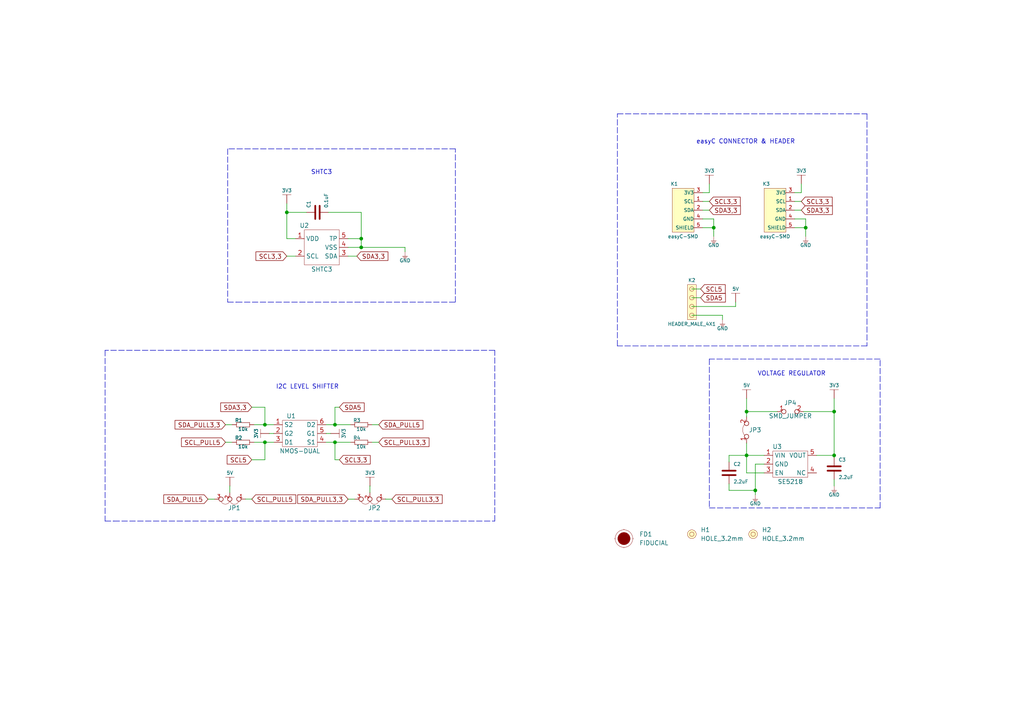
<source format=kicad_sch>
(kicad_sch (version 20210621) (generator eeschema)

  (uuid 352caf48-8451-4d0c-beb9-eee40c2bd918)

  (paper "A4")

  (title_block
    (title "SHCT3 breakout")
    (date "2021-07-15")
    (rev "V1.1.1.")
    (company "SOLDERED")
    (comment 1 "333032")
  )

  (lib_symbols
    (symbol "e-radionica.com schematics:0603C" (pin_numbers hide) (pin_names (offset 0.002)) (in_bom yes) (on_board yes)
      (property "Reference" "C" (id 0) (at -0.635 3.175 0)
        (effects (font (size 1 1)))
      )
      (property "Value" "0603C" (id 1) (at 0 -3.175 0)
        (effects (font (size 1 1)))
      )
      (property "Footprint" "e-radionica.com footprinti:0603C" (id 2) (at 0 0 0)
        (effects (font (size 1 1)) hide)
      )
      (property "Datasheet" "" (id 3) (at 0 0 0)
        (effects (font (size 1 1)) hide)
      )
      (symbol "0603C_0_1"
        (polyline
          (pts
            (xy -0.635 1.905)
            (xy -0.635 -1.905)
          )
          (stroke (width 0.5)) (fill (type none))
        )
        (polyline
          (pts
            (xy 0.635 1.905)
            (xy 0.635 -1.905)
          )
          (stroke (width 0.5)) (fill (type none))
        )
      )
      (symbol "0603C_1_1"
        (pin passive line (at -3.175 0 0) (length 2.54)
          (name "~" (effects (font (size 1.27 1.27))))
          (number "1" (effects (font (size 1.27 1.27))))
        )
        (pin passive line (at 3.175 0 180) (length 2.54)
          (name "~" (effects (font (size 1.27 1.27))))
          (number "2" (effects (font (size 1.27 1.27))))
        )
      )
    )
    (symbol "e-radionica.com schematics:0603R" (pin_numbers hide) (pin_names (offset 0.254)) (in_bom yes) (on_board yes)
      (property "Reference" "R" (id 0) (at -1.905 1.905 0)
        (effects (font (size 1 1)))
      )
      (property "Value" "0603R" (id 1) (at 0 -1.905 0)
        (effects (font (size 1 1)))
      )
      (property "Footprint" "e-radionica.com footprinti:0603R" (id 2) (at -0.635 1.905 0)
        (effects (font (size 1 1)) hide)
      )
      (property "Datasheet" "" (id 3) (at -0.635 1.905 0)
        (effects (font (size 1 1)) hide)
      )
      (symbol "0603R_0_1"
        (rectangle (start -1.905 -0.635) (end 1.905 -0.6604)
          (stroke (width 0.1)) (fill (type none))
        )
        (rectangle (start -1.905 0.635) (end -1.8796 -0.635)
          (stroke (width 0.1)) (fill (type none))
        )
        (rectangle (start -1.905 0.635) (end 1.905 0.6096)
          (stroke (width 0.1)) (fill (type none))
        )
        (rectangle (start 1.905 0.635) (end 1.9304 -0.635)
          (stroke (width 0.1)) (fill (type none))
        )
      )
      (symbol "0603R_1_1"
        (pin passive line (at -3.175 0 0) (length 1.27)
          (name "~" (effects (font (size 1.27 1.27))))
          (number "1" (effects (font (size 1.27 1.27))))
        )
        (pin passive line (at 3.175 0 180) (length 1.27)
          (name "~" (effects (font (size 1.27 1.27))))
          (number "2" (effects (font (size 1.27 1.27))))
        )
      )
    )
    (symbol "e-radionica.com schematics:3V3" (power) (pin_names (offset 0)) (in_bom yes) (on_board yes)
      (property "Reference" "#PWR" (id 0) (at 4.445 0 0)
        (effects (font (size 1 1)) hide)
      )
      (property "Value" "3V3" (id 1) (at 0 3.556 0)
        (effects (font (size 1 1)))
      )
      (property "Footprint" "" (id 2) (at 4.445 3.81 0)
        (effects (font (size 1 1)) hide)
      )
      (property "Datasheet" "" (id 3) (at 4.445 3.81 0)
        (effects (font (size 1 1)) hide)
      )
      (property "ki_keywords" "power-flag" (id 4) (at 0 0 0)
        (effects (font (size 1.27 1.27)) hide)
      )
      (property "ki_description" "Power symbol creates a global label with name \"+3V3\"" (id 5) (at 0 0 0)
        (effects (font (size 1.27 1.27)) hide)
      )
      (symbol "3V3_0_1"
        (polyline
          (pts
            (xy -1.27 2.54)
            (xy 1.27 2.54)
          )
          (stroke (width 0.0006)) (fill (type none))
        )
        (polyline
          (pts
            (xy 0 0)
            (xy 0 2.54)
          )
          (stroke (width 0)) (fill (type none))
        )
      )
      (symbol "3V3_1_1"
        (pin power_in line (at 0 0 90) (length 0) hide
          (name "3V3" (effects (font (size 1.27 1.27))))
          (number "1" (effects (font (size 1.27 1.27))))
        )
      )
    )
    (symbol "e-radionica.com schematics:5V" (power) (pin_names (offset 0)) (in_bom yes) (on_board yes)
      (property "Reference" "#PWR" (id 0) (at 4.445 0 0)
        (effects (font (size 1 1)) hide)
      )
      (property "Value" "5V" (id 1) (at 0 3.556 0)
        (effects (font (size 1 1)))
      )
      (property "Footprint" "" (id 2) (at 4.445 3.81 0)
        (effects (font (size 1 1)) hide)
      )
      (property "Datasheet" "" (id 3) (at 4.445 3.81 0)
        (effects (font (size 1 1)) hide)
      )
      (property "ki_keywords" "power-flag" (id 4) (at 0 0 0)
        (effects (font (size 1.27 1.27)) hide)
      )
      (property "ki_description" "Power symbol creates a global label with name \"+3V3\"" (id 5) (at 0 0 0)
        (effects (font (size 1.27 1.27)) hide)
      )
      (symbol "5V_0_1"
        (polyline
          (pts
            (xy -1.27 2.54)
            (xy 1.27 2.54)
          )
          (stroke (width 0.0006)) (fill (type none))
        )
        (polyline
          (pts
            (xy 0 0)
            (xy 0 2.54)
          )
          (stroke (width 0)) (fill (type none))
        )
      )
      (symbol "5V_1_1"
        (pin power_in line (at 0 0 90) (length 0) hide
          (name "5V" (effects (font (size 1.27 1.27))))
          (number "1" (effects (font (size 1.27 1.27))))
        )
      )
    )
    (symbol "e-radionica.com schematics:FIDUCIAL" (in_bom no) (on_board yes)
      (property "Reference" "FD" (id 0) (at 0 3.81 0)
        (effects (font (size 1.27 1.27)))
      )
      (property "Value" "FIDUCIAL" (id 1) (at 0 -3.81 0)
        (effects (font (size 1.27 1.27)))
      )
      (property "Footprint" "e-radionica.com footprinti:FIDUCIAL_23" (id 2) (at 0.254 -5.334 0)
        (effects (font (size 1.27 1.27)) hide)
      )
      (property "Datasheet" "" (id 3) (at 0 0 0)
        (effects (font (size 1.27 1.27)) hide)
      )
      (symbol "FIDUCIAL_0_1"
        (circle (center 0 0) (radius 2.54) (stroke (width 0.0006)) (fill (type none)))
        (circle (center 0 0) (radius 1.7961) (stroke (width 0.001)) (fill (type outline)))
        (polyline
          (pts
            (xy -2.54 0)
            (xy -2.794 0)
          )
          (stroke (width 0.0006)) (fill (type none))
        )
        (polyline
          (pts
            (xy 0 -2.54)
            (xy 0 -2.794)
          )
          (stroke (width 0.0006)) (fill (type none))
        )
        (polyline
          (pts
            (xy 0 2.54)
            (xy 0 2.794)
          )
          (stroke (width 0.0006)) (fill (type none))
        )
        (polyline
          (pts
            (xy 2.54 0)
            (xy 2.794 0)
          )
          (stroke (width 0.0006)) (fill (type none))
        )
      )
    )
    (symbol "e-radionica.com schematics:GND" (power) (pin_names (offset 0)) (in_bom yes) (on_board yes)
      (property "Reference" "#PWR" (id 0) (at 4.445 0 0)
        (effects (font (size 1 1)) hide)
      )
      (property "Value" "GND" (id 1) (at 0 -2.921 0)
        (effects (font (size 1 1)))
      )
      (property "Footprint" "" (id 2) (at 4.445 3.81 0)
        (effects (font (size 1 1)) hide)
      )
      (property "Datasheet" "" (id 3) (at 4.445 3.81 0)
        (effects (font (size 1 1)) hide)
      )
      (property "ki_keywords" "power-flag" (id 4) (at 0 0 0)
        (effects (font (size 1.27 1.27)) hide)
      )
      (property "ki_description" "Power symbol creates a global label with name \"+3V3\"" (id 5) (at 0 0 0)
        (effects (font (size 1.27 1.27)) hide)
      )
      (symbol "GND_0_1"
        (polyline
          (pts
            (xy -0.762 -1.27)
            (xy 0.762 -1.27)
          )
          (stroke (width 0.0006)) (fill (type none))
        )
        (polyline
          (pts
            (xy -0.635 -1.524)
            (xy 0.635 -1.524)
          )
          (stroke (width 0.0006)) (fill (type none))
        )
        (polyline
          (pts
            (xy -0.381 -1.778)
            (xy 0.381 -1.778)
          )
          (stroke (width 0.0006)) (fill (type none))
        )
        (polyline
          (pts
            (xy -0.127 -2.032)
            (xy 0.127 -2.032)
          )
          (stroke (width 0.0006)) (fill (type none))
        )
        (polyline
          (pts
            (xy 0 0)
            (xy 0 -1.27)
          )
          (stroke (width 0.0006)) (fill (type none))
        )
      )
      (symbol "GND_1_1"
        (pin power_in line (at 0 0 270) (length 0) hide
          (name "GND" (effects (font (size 1.27 1.27))))
          (number "1" (effects (font (size 1.27 1.27))))
        )
      )
    )
    (symbol "e-radionica.com schematics:HEADER_MALE_4X1" (pin_numbers hide) (pin_names hide) (in_bom yes) (on_board yes)
      (property "Reference" "K" (id 0) (at -0.635 7.62 0)
        (effects (font (size 1 1)))
      )
      (property "Value" "HEADER_MALE_4X1" (id 1) (at 0 -5.08 0)
        (effects (font (size 1 1)))
      )
      (property "Footprint" "e-radionica.com footprinti:HEADER_MALE_4X1" (id 2) (at 0 -2.54 0)
        (effects (font (size 1 1)) hide)
      )
      (property "Datasheet" "" (id 3) (at 0 -2.54 0)
        (effects (font (size 1 1)) hide)
      )
      (symbol "HEADER_MALE_4X1_0_1"
        (circle (center 0 -2.54) (radius 0.635) (stroke (width 0.0006)) (fill (type none)))
        (circle (center 0 0) (radius 0.635) (stroke (width 0.0006)) (fill (type none)))
        (circle (center 0 2.54) (radius 0.635) (stroke (width 0.0006)) (fill (type none)))
        (circle (center 0 5.08) (radius 0.635) (stroke (width 0.0006)) (fill (type none)))
        (rectangle (start 1.27 -3.81) (end -1.27 6.35)
          (stroke (width 0.001)) (fill (type background))
        )
      )
      (symbol "HEADER_MALE_4X1_1_1"
        (pin passive line (at 0 -2.54 180) (length 0)
          (name "~" (effects (font (size 1 1))))
          (number "1" (effects (font (size 1 1))))
        )
        (pin passive line (at 0 0 180) (length 0)
          (name "~" (effects (font (size 1 1))))
          (number "2" (effects (font (size 1 1))))
        )
        (pin passive line (at 0 2.54 180) (length 0)
          (name "~" (effects (font (size 1 1))))
          (number "3" (effects (font (size 1 1))))
        )
        (pin passive line (at 0 5.08 180) (length 0)
          (name "~" (effects (font (size 1 1))))
          (number "4" (effects (font (size 1 1))))
        )
      )
    )
    (symbol "e-radionica.com schematics:HOLE_3.2mm" (pin_numbers hide) (pin_names hide) (in_bom yes) (on_board yes)
      (property "Reference" "H" (id 0) (at 0 2.54 0)
        (effects (font (size 1.27 1.27)))
      )
      (property "Value" "HOLE_3.2mm" (id 1) (at 0 -2.54 0)
        (effects (font (size 1.27 1.27)))
      )
      (property "Footprint" "e-radionica.com footprinti:HOLE_3.2mm" (id 2) (at 0 0 0)
        (effects (font (size 1.27 1.27)) hide)
      )
      (property "Datasheet" "" (id 3) (at 0 0 0)
        (effects (font (size 1.27 1.27)) hide)
      )
      (symbol "HOLE_3.2mm_0_1"
        (circle (center 0 0) (radius 0.635) (stroke (width 0.0006)) (fill (type none)))
        (circle (center 0 0) (radius 1.27) (stroke (width 0.001)) (fill (type background)))
      )
    )
    (symbol "e-radionica.com schematics:NMOS-DUAL" (in_bom yes) (on_board yes)
      (property "Reference" "U" (id 0) (at -3.81 5.08 0)
        (effects (font (size 1.27 1.27)))
      )
      (property "Value" "NMOS-DUAL" (id 1) (at 0 -5.08 0)
        (effects (font (size 1.27 1.27)))
      )
      (property "Footprint" "e-radionica.com footprinti:SOT-363" (id 2) (at 0 -7.62 0)
        (effects (font (size 1.27 1.27)) hide)
      )
      (property "Datasheet" "" (id 3) (at 0 -2.54 0)
        (effects (font (size 1.27 1.27)) hide)
      )
      (symbol "NMOS-DUAL_0_1"
        (rectangle (start -5.08 3.81) (end 5.08 -3.81)
          (stroke (width 0.0006)) (fill (type none))
        )
      )
      (symbol "NMOS-DUAL_1_1"
        (pin input line (at -7.62 2.54 0) (length 2.54)
          (name "S2" (effects (font (size 1.27 1.27))))
          (number "1" (effects (font (size 1.27 1.27))))
        )
        (pin input line (at -7.62 0 0) (length 2.54)
          (name "G2" (effects (font (size 1.27 1.27))))
          (number "2" (effects (font (size 1.27 1.27))))
        )
        (pin input line (at -7.62 -2.54 0) (length 2.54)
          (name "D1" (effects (font (size 1.27 1.27))))
          (number "3" (effects (font (size 1.27 1.27))))
        )
        (pin input line (at 7.62 -2.54 180) (length 2.54)
          (name "S1" (effects (font (size 1.27 1.27))))
          (number "4" (effects (font (size 1.27 1.27))))
        )
        (pin input line (at 7.62 0 180) (length 2.54)
          (name "G1" (effects (font (size 1.27 1.27))))
          (number "5" (effects (font (size 1.27 1.27))))
        )
        (pin input line (at 7.62 2.54 180) (length 2.54)
          (name "D2" (effects (font (size 1.27 1.27))))
          (number "6" (effects (font (size 1.27 1.27))))
        )
      )
    )
    (symbol "e-radionica.com schematics:SE5218" (in_bom yes) (on_board yes)
      (property "Reference" "U" (id 0) (at -3.81 5.08 0)
        (effects (font (size 1.27 1.27)))
      )
      (property "Value" "SE5218" (id 1) (at 0 -5.08 0)
        (effects (font (size 1.27 1.27)))
      )
      (property "Footprint" "e-radionica.com footprinti:SOT-23-5" (id 2) (at 0 0 0)
        (effects (font (size 1.27 1.27)) hide)
      )
      (property "Datasheet" "" (id 3) (at 0 0 0)
        (effects (font (size 1.27 1.27)) hide)
      )
      (symbol "SE5218_0_1"
        (rectangle (start -5.08 3.81) (end 5.08 -3.81)
          (stroke (width 0.0006)) (fill (type none))
        )
      )
      (symbol "SE5218_1_1"
        (pin power_in line (at -7.62 2.54 0) (length 2.54)
          (name "VIN" (effects (font (size 1.27 1.27))))
          (number "1" (effects (font (size 1.27 1.27))))
        )
        (pin power_in line (at -7.62 0 0) (length 2.54)
          (name "GND" (effects (font (size 1.27 1.27))))
          (number "2" (effects (font (size 1.27 1.27))))
        )
        (pin input line (at -7.62 -2.54 0) (length 2.54)
          (name "EN" (effects (font (size 1.27 1.27))))
          (number "3" (effects (font (size 1.27 1.27))))
        )
        (pin passive line (at 7.62 -2.54 180) (length 2.54)
          (name "NC" (effects (font (size 1.27 1.27))))
          (number "4" (effects (font (size 1.27 1.27))))
        )
        (pin power_out line (at 7.62 2.54 180) (length 2.54)
          (name "VOUT" (effects (font (size 1.27 1.27))))
          (number "5" (effects (font (size 1.27 1.27))))
        )
      )
    )
    (symbol "e-radionica.com schematics:SHTC3" (in_bom yes) (on_board yes)
      (property "Reference" "U" (id 0) (at -3.81 8.89 0)
        (effects (font (size 1.27 1.27)))
      )
      (property "Value" "SHTC3" (id 1) (at 0 -3.81 0)
        (effects (font (size 1.27 1.27)))
      )
      (property "Footprint" "e-radionica.com footprinti:SHTC3" (id 2) (at 0 -6.35 0)
        (effects (font (size 1.27 1.27)) hide)
      )
      (property "Datasheet" "" (id 3) (at 0 0 0)
        (effects (font (size 1.27 1.27)) hide)
      )
      (symbol "SHTC3_0_1"
        (rectangle (start -5.08 7.62) (end 5.08 -2.54)
          (stroke (width 0.0006)) (fill (type none))
        )
      )
      (symbol "SHTC3_1_1"
        (pin power_in line (at -7.62 5.08 0) (length 2.54)
          (name "VDD" (effects (font (size 1.27 1.27))))
          (number "1" (effects (font (size 1.27 1.27))))
        )
        (pin bidirectional line (at -7.62 0 0) (length 2.54)
          (name "SCL" (effects (font (size 1.27 1.27))))
          (number "2" (effects (font (size 1.27 1.27))))
        )
        (pin bidirectional line (at 7.62 0 180) (length 2.54)
          (name "SDA" (effects (font (size 1.27 1.27))))
          (number "3" (effects (font (size 1.27 1.27))))
        )
        (pin power_in line (at 7.62 2.54 180) (length 2.54)
          (name "VSS" (effects (font (size 1.27 1.27))))
          (number "4" (effects (font (size 1.27 1.27))))
        )
        (pin power_in line (at 7.62 5.08 180) (length 2.54)
          (name "TP" (effects (font (size 1.27 1.27))))
          (number "5" (effects (font (size 1.27 1.27))))
        )
      )
    )
    (symbol "e-radionica.com schematics:SMD-JUMPER-CONNECTED_TRACE_SLODERMASK" (in_bom yes) (on_board yes)
      (property "Reference" "JP" (id 0) (at 0 3.556 0)
        (effects (font (size 1.27 1.27)))
      )
      (property "Value" "SMD-JUMPER-CONNECTED_TRACE_SLODERMASK" (id 1) (at 0 -2.54 0)
        (effects (font (size 1.27 1.27)))
      )
      (property "Footprint" "e-radionica.com footprinti:SMD-JUMPER-CONNECTED_TRACE_SLODERMASK" (id 2) (at 0 -5.715 0)
        (effects (font (size 1.27 1.27)) hide)
      )
      (property "Datasheet" "" (id 3) (at 0 0 0)
        (effects (font (size 1.27 1.27)) hide)
      )
      (symbol "SMD-JUMPER-CONNECTED_TRACE_SLODERMASK_0_1"
        (arc (start -1.8034 0.5588) (end 1.397 0.5842) (radius (at -0.1875 -1.4124) (length 2.5489) (angles 129.3 51.6))
          (stroke (width 0.0006)) (fill (type none))
        )
      )
      (symbol "SMD-JUMPER-CONNECTED_TRACE_SLODERMASK_1_1"
        (pin passive inverted (at -4.064 0 0) (length 2.54)
          (name "" (effects (font (size 1.27 1.27))))
          (number "1" (effects (font (size 1.27 1.27))))
        )
        (pin passive inverted (at 3.556 0 180) (length 2.54)
          (name "" (effects (font (size 1.27 1.27))))
          (number "2" (effects (font (size 1.27 1.27))))
        )
      )
    )
    (symbol "e-radionica.com schematics:SMD_JUMPER" (in_bom yes) (on_board yes)
      (property "Reference" "JP" (id 0) (at 0 1.397 0)
        (effects (font (size 1.27 1.27)))
      )
      (property "Value" "SMD_JUMPER" (id 1) (at 0.508 -3.048 0)
        (effects (font (size 1.27 1.27)))
      )
      (property "Footprint" "e-radionica.com footprinti:SMD_JUMPER" (id 2) (at 0 0 0)
        (effects (font (size 1.27 1.27)) hide)
      )
      (property "Datasheet" "" (id 3) (at 0 0 0)
        (effects (font (size 1.27 1.27)) hide)
      )
      (symbol "SMD_JUMPER_1_1"
        (pin passive inverted (at -3.81 0 0) (length 2.54)
          (name "" (effects (font (size 1.27 1.27))))
          (number "1" (effects (font (size 1.27 1.27))))
        )
        (pin passive inverted (at 3.81 0 180) (length 2.54)
          (name "" (effects (font (size 1.27 1.27))))
          (number "2" (effects (font (size 1.27 1.27))))
        )
      )
    )
    (symbol "e-radionica.com schematics:SMD_JUMPER_3_PAD_TRACE" (in_bom yes) (on_board yes)
      (property "Reference" "JP" (id 0) (at 0.0254 5.461 0)
        (effects (font (size 1.27 1.27)))
      )
      (property "Value" "SMD_JUMPER_3_PAD_TRACE" (id 1) (at 0.3048 -4.572 0)
        (effects (font (size 1.27 1.27)))
      )
      (property "Footprint" "e-radionica.com footprinti:SMD_JUMPER_3_PAD_TRACE" (id 2) (at 0 -1.27 0)
        (effects (font (size 1.27 1.27)) hide)
      )
      (property "Datasheet" "" (id 3) (at 0 0 0)
        (effects (font (size 1.27 1.27)) hide)
      )
      (symbol "SMD_JUMPER_3_PAD_TRACE_0_1"
        (arc (start -2.6162 0.6096) (end 0 0.5842) (radius (at -1.3133 0.057) (length 1.4152) (angles 157 21.9))
          (stroke (width 0.0006)) (fill (type none))
        )
        (arc (start 0 0.6096) (end 2.5908 0.6604) (radius (at 1.308 -0.0085) (length 1.4467) (angles 154.7 27.5))
          (stroke (width 0.0006)) (fill (type none))
        )
      )
      (symbol "SMD_JUMPER_3_PAD_TRACE_1_1"
        (pin passive inverted (at -4.5212 -0.0254 0) (length 2.54)
          (name "" (effects (font (size 1 1))))
          (number "1" (effects (font (size 1 1))))
        )
        (pin passive inverted (at 0.0254 -1.9304 90) (length 2.54)
          (name "" (effects (font (size 1 1))))
          (number "2" (effects (font (size 1 1))))
        )
        (pin passive inverted (at 4.4704 0 180) (length 2.54)
          (name "" (effects (font (size 1 1))))
          (number "3" (effects (font (size 1 1))))
        )
      )
    )
    (symbol "e-radionica.com schematics:easyC-SMD" (pin_names (offset 0.002)) (in_bom yes) (on_board yes)
      (property "Reference" "K" (id 0) (at -2.54 10.16 0)
        (effects (font (size 1 1)))
      )
      (property "Value" "easyC-SMD" (id 1) (at 0 -5.08 0)
        (effects (font (size 1 1)))
      )
      (property "Footprint" "e-radionica.com footprinti:easyC-connector" (id 2) (at 3.175 2.54 0)
        (effects (font (size 1 1)) hide)
      )
      (property "Datasheet" "" (id 3) (at 3.175 2.54 0)
        (effects (font (size 1 1)) hide)
      )
      (symbol "easyC-SMD_0_1"
        (rectangle (start -3.175 8.89) (end 3.175 -3.81)
          (stroke (width 0.001)) (fill (type background))
        )
      )
      (symbol "easyC-SMD_1_1"
        (pin passive line (at 5.715 5.08 180) (length 2.54)
          (name "SCL" (effects (font (size 1 1))))
          (number "1" (effects (font (size 1 1))))
        )
        (pin passive line (at 5.715 2.54 180) (length 2.54)
          (name "SDA" (effects (font (size 1 1))))
          (number "2" (effects (font (size 1 1))))
        )
        (pin passive line (at 5.715 7.62 180) (length 2.54)
          (name "3V3" (effects (font (size 1 1))))
          (number "3" (effects (font (size 1 1))))
        )
        (pin passive line (at 5.715 0 180) (length 2.54)
          (name "GND" (effects (font (size 1 1))))
          (number "4" (effects (font (size 1 1))))
        )
        (pin passive line (at 5.715 -2.54 180) (length 2.54)
          (name "SHIELD" (effects (font (size 1 1))))
          (number "5" (effects (font (size 1 1))))
        )
      )
    )
  )

  (junction (at 76.835 123.19) (diameter 0.9144) (color 0 0 0 0))
  (junction (at 76.835 128.27) (diameter 0.9144) (color 0 0 0 0))
  (junction (at 83.185 61.595) (diameter 0.9144) (color 0 0 0 0))
  (junction (at 97.155 123.19) (diameter 0.9144) (color 0 0 0 0))
  (junction (at 97.155 128.27) (diameter 0.9144) (color 0 0 0 0))
  (junction (at 104.775 69.215) (diameter 0.9144) (color 0 0 0 0))
  (junction (at 104.775 71.755) (diameter 0.9144) (color 0 0 0 0))
  (junction (at 207.01 66.04) (diameter 0.9144) (color 0 0 0 0))
  (junction (at 216.535 119.38) (diameter 0.9144) (color 0 0 0 0))
  (junction (at 216.535 132.08) (diameter 0.9144) (color 0 0 0 0))
  (junction (at 219.075 142.24) (diameter 0.9144) (color 0 0 0 0))
  (junction (at 233.68 66.04) (diameter 0.9144) (color 0 0 0 0))
  (junction (at 241.935 119.38) (diameter 0.9144) (color 0 0 0 0))
  (junction (at 241.935 132.08) (diameter 0.9144) (color 0 0 0 0))

  (wire (pts (xy 60.325 144.78) (xy 62.2046 144.78))
    (stroke (width 0) (type solid) (color 0 0 0 0))
    (uuid 8391ce23-9c99-41a7-b494-f64ca6502f91)
  )
  (wire (pts (xy 65.405 123.19) (xy 67.31 123.19))
    (stroke (width 0) (type solid) (color 0 0 0 0))
    (uuid de2ee380-0f3f-4492-94c3-ddf299967ad7)
  )
  (wire (pts (xy 65.405 128.27) (xy 67.31 128.27))
    (stroke (width 0) (type solid) (color 0 0 0 0))
    (uuid 5557b9aa-bd53-4fde-a2ec-a5582b5898cf)
  )
  (wire (pts (xy 66.6496 140.97) (xy 66.675 140.97))
    (stroke (width 0) (type solid) (color 0 0 0 0))
    (uuid 2e8302ba-bf39-4d93-a13b-e73a72c86ecf)
  )
  (wire (pts (xy 66.6496 142.8496) (xy 66.6496 140.97))
    (stroke (width 0) (type solid) (color 0 0 0 0))
    (uuid 32d51c2b-dd4d-4d5d-810a-e1919a0597b9)
  )
  (wire (pts (xy 71.1962 144.7546) (xy 73.025 144.7546))
    (stroke (width 0) (type solid) (color 0 0 0 0))
    (uuid 66f6f04c-d9ae-4fee-9ed2-7b6b450eac84)
  )
  (wire (pts (xy 73.025 118.11) (xy 76.835 118.11))
    (stroke (width 0) (type solid) (color 0 0 0 0))
    (uuid b8b3fc86-b66d-491e-b1fb-0ef36b5a04b5)
  )
  (wire (pts (xy 73.025 133.35) (xy 76.835 133.35))
    (stroke (width 0) (type solid) (color 0 0 0 0))
    (uuid 9f534a2c-06da-405b-be23-9767a6370bc7)
  )
  (wire (pts (xy 73.025 144.7546) (xy 73.025 144.78))
    (stroke (width 0) (type solid) (color 0 0 0 0))
    (uuid 23855902-efc9-45e7-95c5-1a571e911350)
  )
  (wire (pts (xy 73.66 123.19) (xy 76.835 123.19))
    (stroke (width 0) (type solid) (color 0 0 0 0))
    (uuid 1d863994-a1a8-44b9-b18f-cc5480fcd179)
  )
  (wire (pts (xy 73.66 128.27) (xy 76.835 128.27))
    (stroke (width 0) (type solid) (color 0 0 0 0))
    (uuid 99949a17-5dab-4b46-9088-1f66b34a4f7f)
  )
  (wire (pts (xy 76.835 118.11) (xy 76.835 123.19))
    (stroke (width 0) (type solid) (color 0 0 0 0))
    (uuid e95bd198-eaf6-4b5e-805d-504badde0772)
  )
  (wire (pts (xy 76.835 123.19) (xy 79.375 123.19))
    (stroke (width 0) (type solid) (color 0 0 0 0))
    (uuid bda5d48f-946e-41b6-bf2c-c58ee9a8cc37)
  )
  (wire (pts (xy 76.835 128.27) (xy 79.375 128.27))
    (stroke (width 0) (type solid) (color 0 0 0 0))
    (uuid 02cdb88a-2d30-46c2-8380-0f4e077b45fd)
  )
  (wire (pts (xy 76.835 133.35) (xy 76.835 128.27))
    (stroke (width 0) (type solid) (color 0 0 0 0))
    (uuid c2a26c71-6bad-481b-9f83-503923ca3051)
  )
  (wire (pts (xy 78.105 125.73) (xy 79.375 125.73))
    (stroke (width 0) (type solid) (color 0 0 0 0))
    (uuid 9ad736e0-92a9-4280-99f2-12a7108b900b)
  )
  (wire (pts (xy 83.185 59.055) (xy 83.185 61.595))
    (stroke (width 0) (type solid) (color 0 0 0 0))
    (uuid f1a125e6-6d5d-40cc-be77-78e6a2605098)
  )
  (wire (pts (xy 83.185 61.595) (xy 83.185 69.215))
    (stroke (width 0) (type solid) (color 0 0 0 0))
    (uuid f1a125e6-6d5d-40cc-be77-78e6a2605098)
  )
  (wire (pts (xy 83.185 61.595) (xy 88.9 61.595))
    (stroke (width 0) (type solid) (color 0 0 0 0))
    (uuid 24c59ca9-aeba-4f08-ab83-a5a3d97c6d49)
  )
  (wire (pts (xy 83.185 74.295) (xy 85.725 74.295))
    (stroke (width 0) (type solid) (color 0 0 0 0))
    (uuid 10ec9de8-0347-4dba-9fe3-4c4d331153c5)
  )
  (wire (pts (xy 85.725 69.215) (xy 83.185 69.215))
    (stroke (width 0) (type solid) (color 0 0 0 0))
    (uuid 29e6a42f-55ef-4cec-9b4d-9808589b70fb)
  )
  (wire (pts (xy 94.615 123.19) (xy 97.155 123.19))
    (stroke (width 0) (type solid) (color 0 0 0 0))
    (uuid 32bf70cd-a41d-48a4-8f46-49460ded5ba3)
  )
  (wire (pts (xy 94.615 125.73) (xy 95.885 125.73))
    (stroke (width 0) (type solid) (color 0 0 0 0))
    (uuid 009997d6-1245-471a-aec4-55cb20d9df6c)
  )
  (wire (pts (xy 94.615 128.27) (xy 97.155 128.27))
    (stroke (width 0) (type solid) (color 0 0 0 0))
    (uuid 89581dd8-ad43-4014-99c8-aa0ea4e9b309)
  )
  (wire (pts (xy 95.25 61.595) (xy 104.775 61.595))
    (stroke (width 0) (type solid) (color 0 0 0 0))
    (uuid 8284c22e-73d0-4300-bab8-65b5be9eda3c)
  )
  (wire (pts (xy 97.155 118.11) (xy 97.155 123.19))
    (stroke (width 0) (type solid) (color 0 0 0 0))
    (uuid a7527419-ae1a-438f-88fd-435c75c83cf7)
  )
  (wire (pts (xy 97.155 123.19) (xy 101.6 123.19))
    (stroke (width 0) (type solid) (color 0 0 0 0))
    (uuid 7625652c-4a0f-4016-875b-80b13b6282b7)
  )
  (wire (pts (xy 97.155 128.27) (xy 101.6 128.27))
    (stroke (width 0) (type solid) (color 0 0 0 0))
    (uuid 1cb4625c-c608-49df-aee0-fbab59337599)
  )
  (wire (pts (xy 97.155 133.35) (xy 97.155 128.27))
    (stroke (width 0) (type solid) (color 0 0 0 0))
    (uuid 7b9f14fc-adf8-4fbd-9e00-0f54bcae7f56)
  )
  (wire (pts (xy 98.425 118.11) (xy 97.155 118.11))
    (stroke (width 0) (type solid) (color 0 0 0 0))
    (uuid f74f223d-eb61-4d01-bfd3-bc622dc0564e)
  )
  (wire (pts (xy 98.425 133.35) (xy 97.155 133.35))
    (stroke (width 0) (type solid) (color 0 0 0 0))
    (uuid 824f095e-6fcb-44b8-9cbe-5748b6cfae2e)
  )
  (wire (pts (xy 100.965 69.215) (xy 104.775 69.215))
    (stroke (width 0) (type solid) (color 0 0 0 0))
    (uuid 11a83d00-e560-4739-8bfc-e666b447f938)
  )
  (wire (pts (xy 100.965 71.755) (xy 104.775 71.755))
    (stroke (width 0) (type solid) (color 0 0 0 0))
    (uuid e1cebfea-7c46-40e3-a9e9-42dec4c92540)
  )
  (wire (pts (xy 100.965 74.295) (xy 103.505 74.295))
    (stroke (width 0) (type solid) (color 0 0 0 0))
    (uuid 92d32e9a-3a8b-4ac1-be88-6d6d69de653f)
  )
  (wire (pts (xy 100.965 144.78) (xy 102.8446 144.78))
    (stroke (width 0) (type solid) (color 0 0 0 0))
    (uuid 70229038-44da-4a93-8011-8cdc2aaf3de7)
  )
  (wire (pts (xy 104.775 61.595) (xy 104.775 69.215))
    (stroke (width 0) (type solid) (color 0 0 0 0))
    (uuid ba5faa58-5482-4622-a4e9-b047fb9619c1)
  )
  (wire (pts (xy 104.775 69.215) (xy 104.775 71.755))
    (stroke (width 0) (type solid) (color 0 0 0 0))
    (uuid ba5faa58-5482-4622-a4e9-b047fb9619c1)
  )
  (wire (pts (xy 104.775 71.755) (xy 117.475 71.755))
    (stroke (width 0) (type solid) (color 0 0 0 0))
    (uuid e1cebfea-7c46-40e3-a9e9-42dec4c92540)
  )
  (wire (pts (xy 107.2896 140.97) (xy 107.315 140.97))
    (stroke (width 0) (type solid) (color 0 0 0 0))
    (uuid 9c9e8224-9b96-482f-984b-09a6240fd830)
  )
  (wire (pts (xy 107.2896 142.8496) (xy 107.2896 140.97))
    (stroke (width 0) (type solid) (color 0 0 0 0))
    (uuid 1a735a0c-daf7-45b3-89fc-4d7372663057)
  )
  (wire (pts (xy 107.95 123.19) (xy 109.855 123.19))
    (stroke (width 0) (type solid) (color 0 0 0 0))
    (uuid b6c67a40-fd4b-477e-a3f1-ff85939d2b50)
  )
  (wire (pts (xy 107.95 128.27) (xy 109.855 128.27))
    (stroke (width 0) (type solid) (color 0 0 0 0))
    (uuid 958ffaaa-ae49-421a-b4d1-976ee68990fa)
  )
  (wire (pts (xy 111.8362 144.7546) (xy 111.8362 144.78))
    (stroke (width 0) (type solid) (color 0 0 0 0))
    (uuid ed885530-cb2d-4243-bc4d-d5bec65b3e18)
  )
  (wire (pts (xy 111.8362 144.78) (xy 113.665 144.78))
    (stroke (width 0) (type solid) (color 0 0 0 0))
    (uuid 8007a0dc-8075-49ac-a612-b1aaae470bf3)
  )
  (wire (pts (xy 117.475 71.755) (xy 117.475 73.025))
    (stroke (width 0) (type solid) (color 0 0 0 0))
    (uuid e1cebfea-7c46-40e3-a9e9-42dec4c92540)
  )
  (wire (pts (xy 200.66 83.82) (xy 203.2 83.82))
    (stroke (width 0) (type solid) (color 0 0 0 0))
    (uuid 38a12f41-bf04-4e6c-a66d-2d58c4a8163a)
  )
  (wire (pts (xy 200.66 86.36) (xy 203.2 86.36))
    (stroke (width 0) (type solid) (color 0 0 0 0))
    (uuid 9c778a9c-bc7d-4248-a262-2f78f695c367)
  )
  (wire (pts (xy 200.66 88.9) (xy 213.36 88.9))
    (stroke (width 0) (type solid) (color 0 0 0 0))
    (uuid cab01e2b-b76a-4274-bf76-a6edfae8688e)
  )
  (wire (pts (xy 200.66 91.44) (xy 209.55 91.44))
    (stroke (width 0) (type solid) (color 0 0 0 0))
    (uuid bf2e32dd-a898-4322-ae1d-7bcb836f6ed3)
  )
  (wire (pts (xy 203.835 55.88) (xy 205.74 55.88))
    (stroke (width 0) (type solid) (color 0 0 0 0))
    (uuid 1b39aee0-c0bf-4efc-ad47-c93600da45f5)
  )
  (wire (pts (xy 203.835 58.42) (xy 205.74 58.42))
    (stroke (width 0) (type solid) (color 0 0 0 0))
    (uuid 27d6f82a-cee2-4623-bbdb-c171aeeb97bb)
  )
  (wire (pts (xy 203.835 60.96) (xy 205.74 60.96))
    (stroke (width 0) (type solid) (color 0 0 0 0))
    (uuid 8b2e7645-a827-4064-a85f-fec6df32ce26)
  )
  (wire (pts (xy 203.835 63.5) (xy 207.01 63.5))
    (stroke (width 0) (type solid) (color 0 0 0 0))
    (uuid e73a9466-7be0-4518-ad73-12b95fcd1364)
  )
  (wire (pts (xy 203.835 66.04) (xy 207.01 66.04))
    (stroke (width 0) (type solid) (color 0 0 0 0))
    (uuid 1ddb76af-1e6b-44a3-939e-ab42b2e2b05b)
  )
  (wire (pts (xy 205.74 55.88) (xy 205.74 53.34))
    (stroke (width 0) (type solid) (color 0 0 0 0))
    (uuid c9934460-3750-435b-a57b-9d07a88d7bff)
  )
  (wire (pts (xy 207.01 63.5) (xy 207.01 66.04))
    (stroke (width 0) (type solid) (color 0 0 0 0))
    (uuid 23f4a875-f4f5-4538-92f7-b44ec665465a)
  )
  (wire (pts (xy 207.01 66.04) (xy 207.01 68.58))
    (stroke (width 0) (type solid) (color 0 0 0 0))
    (uuid 9a52ad2f-744e-4d67-8a18-d114e054e4d3)
  )
  (wire (pts (xy 209.55 91.44) (xy 209.55 92.71))
    (stroke (width 0) (type solid) (color 0 0 0 0))
    (uuid 9598a340-bd2f-4a9c-8a5c-1cdb88d14630)
  )
  (wire (pts (xy 211.455 132.08) (xy 216.535 132.08))
    (stroke (width 0) (type solid) (color 0 0 0 0))
    (uuid 4f0463f7-5c59-4e4a-9313-ca3814a92126)
  )
  (wire (pts (xy 211.455 133.985) (xy 211.455 132.08))
    (stroke (width 0) (type solid) (color 0 0 0 0))
    (uuid 04d3bed6-5463-42b3-aab5-b7ca4b7b1f37)
  )
  (wire (pts (xy 211.455 140.335) (xy 211.455 142.24))
    (stroke (width 0) (type solid) (color 0 0 0 0))
    (uuid b54efca7-3a79-404d-99dc-4ba4e5cdc66a)
  )
  (wire (pts (xy 211.455 142.24) (xy 219.075 142.24))
    (stroke (width 0) (type solid) (color 0 0 0 0))
    (uuid 773e74c3-9ce1-4350-ae70-28c661d9e95a)
  )
  (wire (pts (xy 213.36 88.9) (xy 213.36 87.63))
    (stroke (width 0) (type solid) (color 0 0 0 0))
    (uuid 5c3baf8a-2e21-49f8-9419-3f49ee61f16a)
  )
  (wire (pts (xy 216.535 115.57) (xy 216.535 119.38))
    (stroke (width 0) (type solid) (color 0 0 0 0))
    (uuid 23613c12-cd0c-42ec-96c5-186ef0c4e92a)
  )
  (wire (pts (xy 216.535 119.38) (xy 216.535 120.904))
    (stroke (width 0) (type solid) (color 0 0 0 0))
    (uuid 2e19d192-0205-471e-a4f3-0b2ba07b541d)
  )
  (wire (pts (xy 216.535 119.38) (xy 225.425 119.38))
    (stroke (width 0) (type solid) (color 0 0 0 0))
    (uuid e2e13ebd-6a2e-498e-a812-757c52440d51)
  )
  (wire (pts (xy 216.535 128.524) (xy 216.535 132.08))
    (stroke (width 0) (type solid) (color 0 0 0 0))
    (uuid f327010d-d89b-43eb-96eb-2622e15d0e2f)
  )
  (wire (pts (xy 216.535 137.16) (xy 216.535 132.08))
    (stroke (width 0) (type solid) (color 0 0 0 0))
    (uuid 0a5bcc4c-dff0-4776-ab7f-28ea8a761197)
  )
  (wire (pts (xy 219.075 134.62) (xy 219.075 142.24))
    (stroke (width 0) (type solid) (color 0 0 0 0))
    (uuid 5c992f54-feb6-409a-9a1e-4180f1518877)
  )
  (wire (pts (xy 219.075 142.24) (xy 219.075 143.51))
    (stroke (width 0) (type solid) (color 0 0 0 0))
    (uuid b48ac29d-caff-4d9b-b4e4-0397a3fccb70)
  )
  (wire (pts (xy 221.615 132.08) (xy 216.535 132.08))
    (stroke (width 0) (type solid) (color 0 0 0 0))
    (uuid 23b285a4-e267-48db-881f-d7b1434e44ed)
  )
  (wire (pts (xy 221.615 134.62) (xy 219.075 134.62))
    (stroke (width 0) (type solid) (color 0 0 0 0))
    (uuid 350fe26b-0fba-4ae4-8831-670396d5ef62)
  )
  (wire (pts (xy 221.615 137.16) (xy 216.535 137.16))
    (stroke (width 0) (type solid) (color 0 0 0 0))
    (uuid 06d8fbea-971b-4b49-b150-478823314410)
  )
  (wire (pts (xy 230.505 55.88) (xy 232.41 55.88))
    (stroke (width 0) (type solid) (color 0 0 0 0))
    (uuid f3aa3775-19ee-45e9-ad7e-4c3780caf40b)
  )
  (wire (pts (xy 230.505 58.42) (xy 232.41 58.42))
    (stroke (width 0) (type solid) (color 0 0 0 0))
    (uuid 9d931e49-b823-49a2-9b33-02a898a17688)
  )
  (wire (pts (xy 230.505 60.96) (xy 232.41 60.96))
    (stroke (width 0) (type solid) (color 0 0 0 0))
    (uuid a0d7f5bc-0478-48f8-87df-0638f85b82b6)
  )
  (wire (pts (xy 230.505 63.5) (xy 233.68 63.5))
    (stroke (width 0) (type solid) (color 0 0 0 0))
    (uuid 4b4fa516-4f35-456d-928b-b1970986e9f9)
  )
  (wire (pts (xy 230.505 66.04) (xy 233.68 66.04))
    (stroke (width 0) (type solid) (color 0 0 0 0))
    (uuid b2b26b38-eddf-4b2f-96ae-261134d37363)
  )
  (wire (pts (xy 232.41 55.88) (xy 232.41 53.34))
    (stroke (width 0) (type solid) (color 0 0 0 0))
    (uuid ce8cce55-fdb0-4cc5-90fd-060ec9f793fd)
  )
  (wire (pts (xy 233.045 119.38) (xy 241.935 119.38))
    (stroke (width 0) (type solid) (color 0 0 0 0))
    (uuid 9e190f7b-3f18-436a-b149-f72d4cf32abe)
  )
  (wire (pts (xy 233.68 63.5) (xy 233.68 66.04))
    (stroke (width 0) (type solid) (color 0 0 0 0))
    (uuid 4ac94236-a91e-40dc-aea7-938ffc197c32)
  )
  (wire (pts (xy 233.68 66.04) (xy 233.68 68.58))
    (stroke (width 0) (type solid) (color 0 0 0 0))
    (uuid 2003e1b8-f57a-4106-8fd4-a190886b632f)
  )
  (wire (pts (xy 236.855 132.08) (xy 241.935 132.08))
    (stroke (width 0) (type solid) (color 0 0 0 0))
    (uuid 76b1ca97-5b22-4c82-bd11-710230b84e47)
  )
  (wire (pts (xy 241.935 119.38) (xy 241.935 115.57))
    (stroke (width 0) (type solid) (color 0 0 0 0))
    (uuid ea923a73-6835-4643-8c63-7e0c73d8fc26)
  )
  (wire (pts (xy 241.935 119.38) (xy 241.935 132.08))
    (stroke (width 0) (type solid) (color 0 0 0 0))
    (uuid 2111c50d-2056-4898-8c5c-fb040bdd4c6d)
  )
  (wire (pts (xy 241.935 132.08) (xy 241.935 132.715))
    (stroke (width 0) (type solid) (color 0 0 0 0))
    (uuid facbbb33-2b79-4693-9b45-4be77b7042c7)
  )
  (wire (pts (xy 241.935 139.065) (xy 241.935 140.97))
    (stroke (width 0) (type solid) (color 0 0 0 0))
    (uuid 738946f8-125b-4a78-9d4b-8217487bd67e)
  )
  (polyline (pts (xy 30.48 101.6) (xy 30.48 151.13))
    (stroke (width 0) (type dash) (color 0 0 0 0))
    (uuid f4814dfb-b46a-4a58-8e98-e6c5085be145)
  )
  (polyline (pts (xy 30.48 151.13) (xy 33.02 151.13))
    (stroke (width 0) (type dash) (color 0 0 0 0))
    (uuid f4814dfb-b46a-4a58-8e98-e6c5085be145)
  )
  (polyline (pts (xy 33.02 151.13) (xy 143.51 151.13))
    (stroke (width 0) (type dash) (color 0 0 0 0))
    (uuid f4814dfb-b46a-4a58-8e98-e6c5085be145)
  )
  (polyline (pts (xy 66.04 43.18) (xy 66.04 87.63))
    (stroke (width 0) (type dash) (color 0 0 0 0))
    (uuid 112cd97e-3411-4728-983e-2098d4a0b1a5)
  )
  (polyline (pts (xy 66.04 87.63) (xy 68.58 87.63))
    (stroke (width 0) (type dash) (color 0 0 0 0))
    (uuid 112cd97e-3411-4728-983e-2098d4a0b1a5)
  )
  (polyline (pts (xy 68.58 87.63) (xy 132.08 87.63))
    (stroke (width 0) (type dash) (color 0 0 0 0))
    (uuid 112cd97e-3411-4728-983e-2098d4a0b1a5)
  )
  (polyline (pts (xy 132.08 43.18) (xy 66.04 43.18))
    (stroke (width 0) (type dash) (color 0 0 0 0))
    (uuid 112cd97e-3411-4728-983e-2098d4a0b1a5)
  )
  (polyline (pts (xy 132.08 87.63) (xy 132.08 43.18))
    (stroke (width 0) (type dash) (color 0 0 0 0))
    (uuid 112cd97e-3411-4728-983e-2098d4a0b1a5)
  )
  (polyline (pts (xy 143.51 101.6) (xy 30.48 101.6))
    (stroke (width 0) (type dash) (color 0 0 0 0))
    (uuid f4814dfb-b46a-4a58-8e98-e6c5085be145)
  )
  (polyline (pts (xy 143.51 151.13) (xy 143.51 101.6))
    (stroke (width 0) (type dash) (color 0 0 0 0))
    (uuid f4814dfb-b46a-4a58-8e98-e6c5085be145)
  )
  (polyline (pts (xy 179.07 33.02) (xy 251.46 33.02))
    (stroke (width 0) (type dash) (color 0 0 0 0))
    (uuid d4827df4-87ba-4b27-bec0-d4df5ae80e56)
  )
  (polyline (pts (xy 179.07 100.33) (xy 179.07 33.02))
    (stroke (width 0) (type dash) (color 0 0 0 0))
    (uuid d4827df4-87ba-4b27-bec0-d4df5ae80e56)
  )
  (polyline (pts (xy 205.74 104.14) (xy 205.74 147.32))
    (stroke (width 0) (type dash) (color 0 0 0 0))
    (uuid 02b844d6-6747-4158-8053-87edf19eaa80)
  )
  (polyline (pts (xy 205.74 147.32) (xy 255.27 147.32))
    (stroke (width 0) (type dash) (color 0 0 0 0))
    (uuid 02b844d6-6747-4158-8053-87edf19eaa80)
  )
  (polyline (pts (xy 251.46 33.02) (xy 251.46 100.33))
    (stroke (width 0) (type dash) (color 0 0 0 0))
    (uuid d4827df4-87ba-4b27-bec0-d4df5ae80e56)
  )
  (polyline (pts (xy 251.46 100.33) (xy 179.07 100.33))
    (stroke (width 0) (type dash) (color 0 0 0 0))
    (uuid d4827df4-87ba-4b27-bec0-d4df5ae80e56)
  )
  (polyline (pts (xy 255.27 104.14) (xy 205.74 104.14))
    (stroke (width 0) (type dash) (color 0 0 0 0))
    (uuid 02b844d6-6747-4158-8053-87edf19eaa80)
  )
  (polyline (pts (xy 255.27 147.32) (xy 255.27 104.14))
    (stroke (width 0) (type dash) (color 0 0 0 0))
    (uuid 02b844d6-6747-4158-8053-87edf19eaa80)
  )

  (text "I2C LEVEL SHIFTER" (at 80.01 113.03 0)
    (effects (font (size 1.27 1.27)) (justify left bottom))
    (uuid 67b1b3b0-18e5-415d-8184-7f914d9e60a0)
  )
  (text "SHTC3" (at 90.17 50.8 0)
    (effects (font (size 1.27 1.27)) (justify left bottom))
    (uuid ccbc7244-84b3-4bf3-baed-aa73bf9dc1a6)
  )
  (text "easyC CONNECTOR & HEADER\n" (at 201.93 41.91 0)
    (effects (font (size 1.27 1.27)) (justify left bottom))
    (uuid 15b4ca62-d3f1-479b-9f16-db102aad77b7)
  )
  (text "VOLTAGE REGULATOR" (at 219.71 109.22 0)
    (effects (font (size 1.27 1.27)) (justify left bottom))
    (uuid d8152de9-4eab-4ae8-adc7-9d5831a05ba1)
  )

  (global_label "SDA_PULL5" (shape input) (at 60.325 144.78 180)
    (effects (font (size 1.27 1.27)) (justify right))
    (uuid ab38c05d-40d5-43bc-aecb-4be0d18d80ed)
    (property "Intersheet References" "${INTERSHEET_REFS}" (id 0) (at 45.986 144.7006 0)
      (effects (font (size 1.27 1.27)) (justify right) hide)
    )
  )
  (global_label "SDA_PULL3,3" (shape input) (at 65.405 123.19 180)
    (effects (font (size 1.27 1.27)) (justify right))
    (uuid f5af4d8d-5d61-4166-90f8-a022d3e46f12)
    (property "Intersheet References" "${INTERSHEET_REFS}" (id 0) (at 49.2517 123.1106 0)
      (effects (font (size 1.27 1.27)) (justify right) hide)
    )
  )
  (global_label "SCL_PULL5" (shape input) (at 65.405 128.27 180)
    (effects (font (size 1.27 1.27)) (justify right))
    (uuid cb23807c-09c3-4b7b-84a7-10c5268aec5c)
    (property "Intersheet References" "${INTERSHEET_REFS}" (id 0) (at 51.1265 128.3494 0)
      (effects (font (size 1.27 1.27)) (justify right) hide)
    )
  )
  (global_label "SDA3,3" (shape input) (at 73.025 118.11 180)
    (effects (font (size 1.27 1.27)) (justify right))
    (uuid 7f82ebc2-e81d-479d-a5c6-ec114cb6cf20)
    (property "Intersheet References" "${INTERSHEET_REFS}" (id 0) (at 62.496 118.0306 0)
      (effects (font (size 1.27 1.27)) (justify right) hide)
    )
  )
  (global_label "SCL5" (shape input) (at 73.025 133.35 180)
    (effects (font (size 1.27 1.27)) (justify right))
    (uuid 4667da5e-e1ac-428d-8b87-56d0dc179a77)
    (property "Intersheet References" "${INTERSHEET_REFS}" (id 0) (at 64.3708 133.4294 0)
      (effects (font (size 1.27 1.27)) (justify right) hide)
    )
  )
  (global_label "SCL_PULL5" (shape input) (at 73.025 144.78 0)
    (effects (font (size 1.27 1.27)) (justify left))
    (uuid 66894c05-9821-4cfd-b6c7-69e4d63c7359)
    (property "Intersheet References" "${INTERSHEET_REFS}" (id 0) (at 87.3035 144.7006 0)
      (effects (font (size 1.27 1.27)) (justify left) hide)
    )
  )
  (global_label "SCL3,3" (shape input) (at 83.185 74.295 180)
    (effects (font (size 1.27 1.27)) (justify right))
    (uuid 4299413e-b67c-409f-aa06-4bfc3a44bd58)
    (property "Intersheet References" "${INTERSHEET_REFS}" (id 0) (at 72.7165 74.3744 0)
      (effects (font (size 1.27 1.27)) (justify right) hide)
    )
  )
  (global_label "SDA5" (shape input) (at 98.425 118.11 0)
    (effects (font (size 1.27 1.27)) (justify left))
    (uuid ad46fbcb-9d1c-4dc2-83ec-f18d72910692)
    (property "Intersheet References" "${INTERSHEET_REFS}" (id 0) (at 107.1397 118.1894 0)
      (effects (font (size 1.27 1.27)) (justify left) hide)
    )
  )
  (global_label "SCL3,3" (shape input) (at 98.425 133.35 0)
    (effects (font (size 1.27 1.27)) (justify left))
    (uuid fe651877-81ed-4abd-b662-510cb1bf3fc8)
    (property "Intersheet References" "${INTERSHEET_REFS}" (id 0) (at 108.8935 133.2706 0)
      (effects (font (size 1.27 1.27)) (justify left) hide)
    )
  )
  (global_label "SDA_PULL3,3" (shape input) (at 100.965 144.78 180)
    (effects (font (size 1.27 1.27)) (justify right))
    (uuid 6e075f70-2609-4b5c-a7bc-cb344fc52540)
    (property "Intersheet References" "${INTERSHEET_REFS}" (id 0) (at 84.8117 144.7006 0)
      (effects (font (size 1.27 1.27)) (justify right) hide)
    )
  )
  (global_label "SDA3,3" (shape input) (at 103.505 74.295 0)
    (effects (font (size 1.27 1.27)) (justify left))
    (uuid 5b1d1415-1198-4869-98e8-b70d3ee6ecc2)
    (property "Intersheet References" "${INTERSHEET_REFS}" (id 0) (at 114.034 74.3744 0)
      (effects (font (size 1.27 1.27)) (justify left) hide)
    )
  )
  (global_label "SDA_PULL5" (shape input) (at 109.855 123.19 0)
    (effects (font (size 1.27 1.27)) (justify left))
    (uuid d2263c60-53cb-4b98-8b08-ecb2b9ff64e3)
    (property "Intersheet References" "${INTERSHEET_REFS}" (id 0) (at 124.194 123.2694 0)
      (effects (font (size 1.27 1.27)) (justify left) hide)
    )
  )
  (global_label "SCL_PULL3,3" (shape input) (at 109.855 128.27 0)
    (effects (font (size 1.27 1.27)) (justify left))
    (uuid 08eeebb1-f689-4aaf-9ee2-a8ccdecce07c)
    (property "Intersheet References" "${INTERSHEET_REFS}" (id 0) (at 125.9478 128.1906 0)
      (effects (font (size 1.27 1.27)) (justify left) hide)
    )
  )
  (global_label "SCL_PULL3,3" (shape input) (at 113.665 144.78 0)
    (effects (font (size 1.27 1.27)) (justify left))
    (uuid 8b2f1f4a-b8a7-4d0c-a724-f4a3343493bc)
    (property "Intersheet References" "${INTERSHEET_REFS}" (id 0) (at 129.7578 144.7006 0)
      (effects (font (size 1.27 1.27)) (justify left) hide)
    )
  )
  (global_label "SCL5" (shape input) (at 203.2 83.82 0)
    (effects (font (size 1.27 1.27)) (justify left))
    (uuid 32ddb364-24c2-4b4a-bf76-6aa682575082)
    (property "Intersheet References" "${INTERSHEET_REFS}" (id 0) (at 211.8542 83.7406 0)
      (effects (font (size 1.27 1.27)) (justify left) hide)
    )
  )
  (global_label "SDA5" (shape input) (at 203.2 86.36 0)
    (effects (font (size 1.27 1.27)) (justify left))
    (uuid 03564df0-25cf-4dfc-a5c8-e75c360839ea)
    (property "Intersheet References" "${INTERSHEET_REFS}" (id 0) (at 211.9147 86.4394 0)
      (effects (font (size 1.27 1.27)) (justify left) hide)
    )
  )
  (global_label "SCL3,3" (shape input) (at 205.74 58.42 0)
    (effects (font (size 1.27 1.27)) (justify left))
    (uuid e29c0cf0-a260-4ead-bbed-f475b92e878b)
    (property "Intersheet References" "${INTERSHEET_REFS}" (id 0) (at 216.2085 58.3406 0)
      (effects (font (size 1.27 1.27)) (justify left) hide)
    )
  )
  (global_label "SDA3,3" (shape input) (at 205.74 60.96 0)
    (effects (font (size 1.27 1.27)) (justify left))
    (uuid f9e758ea-94a4-4eb4-b5c1-aa578bdb8c17)
    (property "Intersheet References" "${INTERSHEET_REFS}" (id 0) (at 216.269 61.0394 0)
      (effects (font (size 1.27 1.27)) (justify left) hide)
    )
  )
  (global_label "SCL3,3" (shape input) (at 232.41 58.42 0)
    (effects (font (size 1.27 1.27)) (justify left))
    (uuid 09a11ab2-7aca-489f-b3a8-896d409758b5)
    (property "Intersheet References" "${INTERSHEET_REFS}" (id 0) (at 242.8785 58.3406 0)
      (effects (font (size 1.27 1.27)) (justify left) hide)
    )
  )
  (global_label "SDA3,3" (shape input) (at 232.41 60.96 0)
    (effects (font (size 1.27 1.27)) (justify left))
    (uuid 3e07503f-5692-4a28-bf2d-3bc144fd6a6d)
    (property "Intersheet References" "${INTERSHEET_REFS}" (id 0) (at 242.939 61.0394 0)
      (effects (font (size 1.27 1.27)) (justify left) hide)
    )
  )

  (symbol (lib_id "e-radionica.com schematics:GND") (at 117.475 73.025 0) (unit 1)
    (in_bom yes) (on_board yes)
    (uuid 2c2dad83-2609-4f81-a6ec-c3a01d92b3ff)
    (property "Reference" "#PWR06" (id 0) (at 121.92 73.025 0)
      (effects (font (size 1 1)) hide)
    )
    (property "Value" "GND" (id 1) (at 117.475 75.565 0)
      (effects (font (size 1 1)))
    )
    (property "Footprint" "" (id 2) (at 121.92 69.215 0)
      (effects (font (size 1 1)) hide)
    )
    (property "Datasheet" "" (id 3) (at 121.92 69.215 0)
      (effects (font (size 1 1)) hide)
    )
    (pin "1" (uuid fed0bd48-665b-4bdc-b711-cb8c9ea0fb71))
  )

  (symbol (lib_id "e-radionica.com schematics:GND") (at 207.01 68.58 0) (unit 1)
    (in_bom yes) (on_board yes)
    (uuid 6eb6a896-ad5c-4797-b259-a9a6a4e45843)
    (property "Reference" "#PWR012" (id 0) (at 211.455 68.58 0)
      (effects (font (size 1 1)) hide)
    )
    (property "Value" "GND" (id 1) (at 207.01 71.12 0)
      (effects (font (size 1 1)))
    )
    (property "Footprint" "" (id 2) (at 211.455 64.77 0)
      (effects (font (size 1 1)) hide)
    )
    (property "Datasheet" "" (id 3) (at 211.455 64.77 0)
      (effects (font (size 1 1)) hide)
    )
    (pin "1" (uuid fed0bd48-665b-4bdc-b711-cb8c9ea0fb71))
  )

  (symbol (lib_id "e-radionica.com schematics:GND") (at 209.55 92.71 0) (unit 1)
    (in_bom yes) (on_board yes)
    (uuid 040f5cd3-1a40-445d-9db4-20f3ff0dfa71)
    (property "Reference" "#PWR013" (id 0) (at 213.995 92.71 0)
      (effects (font (size 1 1)) hide)
    )
    (property "Value" "GND" (id 1) (at 209.55 95.25 0)
      (effects (font (size 1 1)))
    )
    (property "Footprint" "" (id 2) (at 213.995 88.9 0)
      (effects (font (size 1 1)) hide)
    )
    (property "Datasheet" "" (id 3) (at 213.995 88.9 0)
      (effects (font (size 1 1)) hide)
    )
    (pin "1" (uuid fed0bd48-665b-4bdc-b711-cb8c9ea0fb71))
  )

  (symbol (lib_id "e-radionica.com schematics:GND") (at 219.075 143.51 0) (unit 1)
    (in_bom yes) (on_board yes)
    (uuid fb6bae66-49bd-4fd8-9d70-ae078861914e)
    (property "Reference" "#PWR08" (id 0) (at 223.52 143.51 0)
      (effects (font (size 1 1)) hide)
    )
    (property "Value" "GND" (id 1) (at 219.075 146.05 0)
      (effects (font (size 1 1)))
    )
    (property "Footprint" "" (id 2) (at 223.52 139.7 0)
      (effects (font (size 1 1)) hide)
    )
    (property "Datasheet" "" (id 3) (at 223.52 139.7 0)
      (effects (font (size 1 1)) hide)
    )
    (pin "1" (uuid fed0bd48-665b-4bdc-b711-cb8c9ea0fb71))
  )

  (symbol (lib_id "e-radionica.com schematics:GND") (at 233.68 68.58 0) (unit 1)
    (in_bom yes) (on_board yes)
    (uuid 506ec825-7401-40d0-856a-a039bae3df06)
    (property "Reference" "#PWR016" (id 0) (at 238.125 68.58 0)
      (effects (font (size 1 1)) hide)
    )
    (property "Value" "GND" (id 1) (at 233.68 71.12 0)
      (effects (font (size 1 1)))
    )
    (property "Footprint" "" (id 2) (at 238.125 64.77 0)
      (effects (font (size 1 1)) hide)
    )
    (property "Datasheet" "" (id 3) (at 238.125 64.77 0)
      (effects (font (size 1 1)) hide)
    )
    (pin "1" (uuid fed0bd48-665b-4bdc-b711-cb8c9ea0fb71))
  )

  (symbol (lib_id "e-radionica.com schematics:GND") (at 241.935 140.97 0) (unit 1)
    (in_bom yes) (on_board yes)
    (uuid aea0af2e-39f1-49fe-be39-c62f863af95c)
    (property "Reference" "#PWR010" (id 0) (at 246.38 140.97 0)
      (effects (font (size 1 1)) hide)
    )
    (property "Value" "GND" (id 1) (at 241.935 143.51 0)
      (effects (font (size 1 1)))
    )
    (property "Footprint" "" (id 2) (at 246.38 137.16 0)
      (effects (font (size 1 1)) hide)
    )
    (property "Datasheet" "" (id 3) (at 246.38 137.16 0)
      (effects (font (size 1 1)) hide)
    )
    (pin "1" (uuid fed0bd48-665b-4bdc-b711-cb8c9ea0fb71))
  )

  (symbol (lib_id "e-radionica.com schematics:HOLE_3.2mm") (at 200.66 154.94 0) (unit 1)
    (in_bom yes) (on_board yes)
    (uuid a744da33-dc8e-48cc-ad3e-073f175def0c)
    (property "Reference" "H1" (id 0) (at 203.2 153.67 0)
      (effects (font (size 1.27 1.27)) (justify left))
    )
    (property "Value" "HOLE_3.2mm" (id 1) (at 203.2 156.21 0)
      (effects (font (size 1.27 1.27)) (justify left))
    )
    (property "Footprint" "e-radionica.com footprinti:HOLE_3.2mm" (id 2) (at 200.66 154.94 0)
      (effects (font (size 1.27 1.27)) hide)
    )
    (property "Datasheet" "" (id 3) (at 200.66 154.94 0)
      (effects (font (size 1.27 1.27)) hide)
    )
  )

  (symbol (lib_id "e-radionica.com schematics:HOLE_3.2mm") (at 218.44 154.94 0) (unit 1)
    (in_bom yes) (on_board yes)
    (uuid 8fc26fd1-677f-4f11-a0d3-fb531922172e)
    (property "Reference" "H2" (id 0) (at 220.98 153.67 0)
      (effects (font (size 1.27 1.27)) (justify left))
    )
    (property "Value" "HOLE_3.2mm" (id 1) (at 220.98 156.21 0)
      (effects (font (size 1.27 1.27)) (justify left))
    )
    (property "Footprint" "e-radionica.com footprinti:HOLE_3.2mm" (id 2) (at 218.44 154.94 0)
      (effects (font (size 1.27 1.27)) hide)
    )
    (property "Datasheet" "" (id 3) (at 218.44 154.94 0)
      (effects (font (size 1.27 1.27)) hide)
    )
  )

  (symbol (lib_id "e-radionica.com schematics:5V") (at 66.675 140.97 0) (unit 1)
    (in_bom yes) (on_board yes)
    (uuid 9b504769-a052-4d4f-ba95-99723649f3c1)
    (property "Reference" "#PWR01" (id 0) (at 71.12 140.97 0)
      (effects (font (size 1 1)) hide)
    )
    (property "Value" "5V" (id 1) (at 66.675 137.16 0)
      (effects (font (size 1 1)))
    )
    (property "Footprint" "" (id 2) (at 71.12 137.16 0)
      (effects (font (size 1 1)) hide)
    )
    (property "Datasheet" "" (id 3) (at 71.12 137.16 0)
      (effects (font (size 1 1)) hide)
    )
    (pin "1" (uuid 53261457-0dd1-4b90-b4c8-78648060af60))
  )

  (symbol (lib_id "e-radionica.com schematics:3V3") (at 78.105 125.73 90) (unit 1)
    (in_bom yes) (on_board yes)
    (uuid 8ac74037-ac03-4a59-9f14-f7056b05776f)
    (property "Reference" "#PWR02" (id 0) (at 78.105 121.285 0)
      (effects (font (size 1 1)) hide)
    )
    (property "Value" "3V3" (id 1) (at 74.295 125.73 0)
      (effects (font (size 1 1)))
    )
    (property "Footprint" "" (id 2) (at 74.295 121.285 0)
      (effects (font (size 1 1)) hide)
    )
    (property "Datasheet" "" (id 3) (at 74.295 121.285 0)
      (effects (font (size 1 1)) hide)
    )
    (pin "1" (uuid a09a6d68-ee79-490a-8b5d-4067484555f6))
  )

  (symbol (lib_id "e-radionica.com schematics:3V3") (at 83.185 59.055 0) (unit 1)
    (in_bom yes) (on_board yes)
    (uuid 86ef323d-9e57-4ef7-8888-8d29fe0e4081)
    (property "Reference" "#PWR03" (id 0) (at 87.63 59.055 0)
      (effects (font (size 1 1)) hide)
    )
    (property "Value" "3V3" (id 1) (at 83.185 55.245 0)
      (effects (font (size 1 1)))
    )
    (property "Footprint" "" (id 2) (at 87.63 55.245 0)
      (effects (font (size 1 1)) hide)
    )
    (property "Datasheet" "" (id 3) (at 87.63 55.245 0)
      (effects (font (size 1 1)) hide)
    )
    (pin "1" (uuid a09a6d68-ee79-490a-8b5d-4067484555f6))
  )

  (symbol (lib_id "e-radionica.com schematics:3V3") (at 95.885 125.73 270) (unit 1)
    (in_bom yes) (on_board yes)
    (uuid 57452294-8f33-4f5c-857f-fd48835b3a11)
    (property "Reference" "#PWR04" (id 0) (at 95.885 130.175 0)
      (effects (font (size 1 1)) hide)
    )
    (property "Value" "3V3" (id 1) (at 99.695 125.73 0)
      (effects (font (size 1 1)))
    )
    (property "Footprint" "" (id 2) (at 99.695 130.175 0)
      (effects (font (size 1 1)) hide)
    )
    (property "Datasheet" "" (id 3) (at 99.695 130.175 0)
      (effects (font (size 1 1)) hide)
    )
    (pin "1" (uuid a09a6d68-ee79-490a-8b5d-4067484555f6))
  )

  (symbol (lib_id "e-radionica.com schematics:3V3") (at 107.315 140.97 0) (unit 1)
    (in_bom yes) (on_board yes)
    (uuid 9ea25a9b-7ceb-4c9f-8f92-065a5e6a00a9)
    (property "Reference" "#PWR05" (id 0) (at 111.76 140.97 0)
      (effects (font (size 1 1)) hide)
    )
    (property "Value" "3V3" (id 1) (at 107.315 137.16 0)
      (effects (font (size 1 1)))
    )
    (property "Footprint" "" (id 2) (at 111.76 137.16 0)
      (effects (font (size 1 1)) hide)
    )
    (property "Datasheet" "" (id 3) (at 111.76 137.16 0)
      (effects (font (size 1 1)) hide)
    )
    (pin "1" (uuid a09a6d68-ee79-490a-8b5d-4067484555f6))
  )

  (symbol (lib_id "e-radionica.com schematics:3V3") (at 205.74 53.34 0) (unit 1)
    (in_bom yes) (on_board yes)
    (uuid d7ba4009-c714-4e92-b428-5adb7b601bb6)
    (property "Reference" "#PWR011" (id 0) (at 210.185 53.34 0)
      (effects (font (size 1 1)) hide)
    )
    (property "Value" "3V3" (id 1) (at 205.74 49.53 0)
      (effects (font (size 1 1)))
    )
    (property "Footprint" "" (id 2) (at 210.185 49.53 0)
      (effects (font (size 1 1)) hide)
    )
    (property "Datasheet" "" (id 3) (at 210.185 49.53 0)
      (effects (font (size 1 1)) hide)
    )
    (pin "1" (uuid a09a6d68-ee79-490a-8b5d-4067484555f6))
  )

  (symbol (lib_id "e-radionica.com schematics:5V") (at 213.36 87.63 0) (unit 1)
    (in_bom yes) (on_board yes)
    (uuid 223276ca-658b-45c3-a00d-3a3dbd8de21e)
    (property "Reference" "#PWR014" (id 0) (at 217.805 87.63 0)
      (effects (font (size 1 1)) hide)
    )
    (property "Value" "5V" (id 1) (at 213.36 83.82 0)
      (effects (font (size 1 1)))
    )
    (property "Footprint" "" (id 2) (at 217.805 83.82 0)
      (effects (font (size 1 1)) hide)
    )
    (property "Datasheet" "" (id 3) (at 217.805 83.82 0)
      (effects (font (size 1 1)) hide)
    )
    (pin "1" (uuid 53261457-0dd1-4b90-b4c8-78648060af60))
  )

  (symbol (lib_id "e-radionica.com schematics:5V") (at 216.535 115.57 0) (unit 1)
    (in_bom yes) (on_board yes)
    (uuid 1bea204f-06a4-4c97-94e9-dcee432d2505)
    (property "Reference" "#PWR07" (id 0) (at 220.98 115.57 0)
      (effects (font (size 1 1)) hide)
    )
    (property "Value" "5V" (id 1) (at 216.535 111.76 0)
      (effects (font (size 1 1)))
    )
    (property "Footprint" "" (id 2) (at 220.98 111.76 0)
      (effects (font (size 1 1)) hide)
    )
    (property "Datasheet" "" (id 3) (at 220.98 111.76 0)
      (effects (font (size 1 1)) hide)
    )
    (pin "1" (uuid 53261457-0dd1-4b90-b4c8-78648060af60))
  )

  (symbol (lib_id "e-radionica.com schematics:3V3") (at 232.41 53.34 0) (unit 1)
    (in_bom yes) (on_board yes)
    (uuid 80a4fa53-ab1d-485a-9337-b9edcf482fa1)
    (property "Reference" "#PWR015" (id 0) (at 236.855 53.34 0)
      (effects (font (size 1 1)) hide)
    )
    (property "Value" "3V3" (id 1) (at 232.41 49.53 0)
      (effects (font (size 1 1)))
    )
    (property "Footprint" "" (id 2) (at 236.855 49.53 0)
      (effects (font (size 1 1)) hide)
    )
    (property "Datasheet" "" (id 3) (at 236.855 49.53 0)
      (effects (font (size 1 1)) hide)
    )
    (pin "1" (uuid a09a6d68-ee79-490a-8b5d-4067484555f6))
  )

  (symbol (lib_id "e-radionica.com schematics:3V3") (at 241.935 115.57 0) (unit 1)
    (in_bom yes) (on_board yes)
    (uuid 6f5ad565-9abb-4d49-b213-5967c5d5a4e7)
    (property "Reference" "#PWR09" (id 0) (at 246.38 115.57 0)
      (effects (font (size 1 1)) hide)
    )
    (property "Value" "3V3" (id 1) (at 241.935 111.76 0)
      (effects (font (size 1 1)))
    )
    (property "Footprint" "" (id 2) (at 246.38 111.76 0)
      (effects (font (size 1 1)) hide)
    )
    (property "Datasheet" "" (id 3) (at 246.38 111.76 0)
      (effects (font (size 1 1)) hide)
    )
    (pin "1" (uuid a09a6d68-ee79-490a-8b5d-4067484555f6))
  )

  (symbol (lib_id "e-radionica.com schematics:0603R") (at 70.485 123.19 0) (unit 1)
    (in_bom yes) (on_board yes)
    (uuid 40cb80d2-823f-4ee9-b6e6-a67e18376f78)
    (property "Reference" "R1" (id 0) (at 69.215 121.92 0)
      (effects (font (size 1 1)))
    )
    (property "Value" "10k" (id 1) (at 70.485 124.46 0)
      (effects (font (size 1 1)))
    )
    (property "Footprint" "e-radionica.com footprinti:0603R" (id 2) (at 69.85 121.285 0)
      (effects (font (size 1 1)) hide)
    )
    (property "Datasheet" "" (id 3) (at 69.85 121.285 0)
      (effects (font (size 1 1)) hide)
    )
    (pin "1" (uuid 36ad8a4a-c156-43ab-8945-ba2f6e429b11))
    (pin "2" (uuid 3f3405b1-3b84-45ee-a54a-ce0df7729e11))
  )

  (symbol (lib_id "e-radionica.com schematics:0603R") (at 70.485 128.27 0) (unit 1)
    (in_bom yes) (on_board yes)
    (uuid 0086d3ef-0452-4b02-8a84-d6b8a56635a3)
    (property "Reference" "R2" (id 0) (at 69.215 127 0)
      (effects (font (size 1 1)))
    )
    (property "Value" "10k" (id 1) (at 70.485 129.54 0)
      (effects (font (size 1 1)))
    )
    (property "Footprint" "e-radionica.com footprinti:0603R" (id 2) (at 69.85 126.365 0)
      (effects (font (size 1 1)) hide)
    )
    (property "Datasheet" "" (id 3) (at 69.85 126.365 0)
      (effects (font (size 1 1)) hide)
    )
    (pin "1" (uuid 36ad8a4a-c156-43ab-8945-ba2f6e429b11))
    (pin "2" (uuid 3f3405b1-3b84-45ee-a54a-ce0df7729e11))
  )

  (symbol (lib_id "e-radionica.com schematics:0603R") (at 104.775 123.19 0) (unit 1)
    (in_bom yes) (on_board yes)
    (uuid 4435edee-c6e1-459b-a951-737505d48f1a)
    (property "Reference" "R3" (id 0) (at 103.505 121.92 0)
      (effects (font (size 1 1)))
    )
    (property "Value" "10k" (id 1) (at 104.775 124.46 0)
      (effects (font (size 1 1)))
    )
    (property "Footprint" "e-radionica.com footprinti:0603R" (id 2) (at 104.14 121.285 0)
      (effects (font (size 1 1)) hide)
    )
    (property "Datasheet" "" (id 3) (at 104.14 121.285 0)
      (effects (font (size 1 1)) hide)
    )
    (pin "1" (uuid 36ad8a4a-c156-43ab-8945-ba2f6e429b11))
    (pin "2" (uuid 3f3405b1-3b84-45ee-a54a-ce0df7729e11))
  )

  (symbol (lib_id "e-radionica.com schematics:0603R") (at 104.775 128.27 0) (unit 1)
    (in_bom yes) (on_board yes)
    (uuid a349fcdc-236d-480b-80c1-2ddbdb4f0f65)
    (property "Reference" "R4" (id 0) (at 103.505 127 0)
      (effects (font (size 1 1)))
    )
    (property "Value" "10k" (id 1) (at 104.775 129.54 0)
      (effects (font (size 1 1)))
    )
    (property "Footprint" "e-radionica.com footprinti:0603R" (id 2) (at 104.14 126.365 0)
      (effects (font (size 1 1)) hide)
    )
    (property "Datasheet" "" (id 3) (at 104.14 126.365 0)
      (effects (font (size 1 1)) hide)
    )
    (pin "1" (uuid 36ad8a4a-c156-43ab-8945-ba2f6e429b11))
    (pin "2" (uuid 3f3405b1-3b84-45ee-a54a-ce0df7729e11))
  )

  (symbol (lib_id "e-radionica.com schematics:SMD_JUMPER") (at 229.235 119.38 0) (unit 1)
    (in_bom yes) (on_board yes)
    (uuid b2bd0ee4-b69c-4d11-9f0e-11a28f89835d)
    (property "Reference" "JP4" (id 0) (at 229.235 116.84 0))
    (property "Value" "SMD_JUMPER" (id 1) (at 229.235 120.65 0))
    (property "Footprint" "e-radionica.com footprinti:SMD_JUMPER" (id 2) (at 229.235 119.38 0)
      (effects (font (size 1.27 1.27)) hide)
    )
    (property "Datasheet" "" (id 3) (at 229.235 119.38 0)
      (effects (font (size 1.27 1.27)) hide)
    )
    (pin "1" (uuid 796655d8-c455-474e-81a8-19148232e90c))
    (pin "2" (uuid d823a17a-368c-4757-8d44-5a14b35adfd4))
  )

  (symbol (lib_id "e-radionica.com schematics:SMD-JUMPER-CONNECTED_TRACE_SLODERMASK") (at 216.535 124.46 90) (unit 1)
    (in_bom yes) (on_board yes)
    (uuid fdb51e10-2f26-48c0-b255-3d99f6b348f5)
    (property "Reference" "JP3" (id 0) (at 217.17 124.7139 90)
      (effects (font (size 1.27 1.27)) (justify right))
    )
    (property "Value" "SMD-JUMPER-CONNECTED_TRACE_SLODERMASK" (id 1) (at 213.36 101.8539 0)
      (effects (font (size 1.27 1.27)) (justify right) hide)
    )
    (property "Footprint" "e-radionica.com footprinti:SMD-JUMPER-CONNECTED_TRACE_SLODERMASK" (id 2) (at 222.25 124.46 0)
      (effects (font (size 1.27 1.27)) hide)
    )
    (property "Datasheet" "" (id 3) (at 216.535 124.46 0)
      (effects (font (size 1.27 1.27)) hide)
    )
    (pin "1" (uuid 2afa59a0-5d2c-49e1-93b8-8995ccb57112))
    (pin "2" (uuid ba92aa24-2dc2-49bf-8d74-8ad6fa7c142a))
  )

  (symbol (lib_id "e-radionica.com schematics:HEADER_MALE_4X1") (at 200.66 88.9 0) (unit 1)
    (in_bom yes) (on_board yes)
    (uuid ecb7bd2b-d76e-4756-8c87-4ee73217f219)
    (property "Reference" "K2" (id 0) (at 200.66 81.28 0)
      (effects (font (size 1 1)))
    )
    (property "Value" "HEADER_MALE_4X1" (id 1) (at 200.66 93.98 0)
      (effects (font (size 1 1)))
    )
    (property "Footprint" "e-radionica.com footprinti:HEADER_MALE_4X1" (id 2) (at 200.66 91.44 0)
      (effects (font (size 1 1)) hide)
    )
    (property "Datasheet" "" (id 3) (at 200.66 91.44 0)
      (effects (font (size 1 1)) hide)
    )
    (pin "1" (uuid 0f1309fb-ebd9-4d4a-af88-94a637cbdf0f))
    (pin "2" (uuid 4cf7162a-cd06-4338-8f8d-969bff2cc7f0))
    (pin "3" (uuid 25550b89-366b-43b5-bbfe-53f0ccb7602a))
    (pin "4" (uuid e24f2590-04ab-4cf5-be35-59de2095f824))
  )

  (symbol (lib_id "e-radionica.com schematics:0603C") (at 92.075 61.595 180) (unit 1)
    (in_bom yes) (on_board yes)
    (uuid f49b6c78-303a-4a2c-ac5e-0fefa67283cb)
    (property "Reference" "C1" (id 0) (at 89.535 60.325 90)
      (effects (font (size 1 1)) (justify right))
    )
    (property "Value" "0.1uF" (id 1) (at 94.615 60.325 90)
      (effects (font (size 1 1)) (justify right))
    )
    (property "Footprint" "e-radionica.com footprinti:0603C" (id 2) (at 92.075 61.595 0)
      (effects (font (size 1 1)) hide)
    )
    (property "Datasheet" "" (id 3) (at 92.075 61.595 0)
      (effects (font (size 1 1)) hide)
    )
    (pin "1" (uuid ec8f10b6-eba3-4882-9a7a-d11271a87f80))
    (pin "2" (uuid 60130a37-8791-4b27-81d5-9d6c3fe8c36f))
  )

  (symbol (lib_id "e-radionica.com schematics:0603C") (at 211.455 137.16 90) (unit 1)
    (in_bom yes) (on_board yes)
    (uuid cda93656-808a-4330-9422-df0e89d20aca)
    (property "Reference" "C2" (id 0) (at 212.725 134.62 90)
      (effects (font (size 1 1)) (justify right))
    )
    (property "Value" "2.2uF" (id 1) (at 212.725 139.7 90)
      (effects (font (size 1 1)) (justify right))
    )
    (property "Footprint" "e-radionica.com footprinti:0603C" (id 2) (at 211.455 137.16 0)
      (effects (font (size 1 1)) hide)
    )
    (property "Datasheet" "" (id 3) (at 211.455 137.16 0)
      (effects (font (size 1 1)) hide)
    )
    (pin "1" (uuid ec8f10b6-eba3-4882-9a7a-d11271a87f80))
    (pin "2" (uuid 60130a37-8791-4b27-81d5-9d6c3fe8c36f))
  )

  (symbol (lib_id "e-radionica.com schematics:0603C") (at 241.935 135.89 90) (unit 1)
    (in_bom yes) (on_board yes)
    (uuid c882a25b-94a2-4b3f-9554-136429593155)
    (property "Reference" "C3" (id 0) (at 243.205 133.35 90)
      (effects (font (size 1 1)) (justify right))
    )
    (property "Value" "2.2uF" (id 1) (at 243.205 138.43 90)
      (effects (font (size 1 1)) (justify right))
    )
    (property "Footprint" "e-radionica.com footprinti:0603C" (id 2) (at 241.935 135.89 0)
      (effects (font (size 1 1)) hide)
    )
    (property "Datasheet" "" (id 3) (at 241.935 135.89 0)
      (effects (font (size 1 1)) hide)
    )
    (pin "1" (uuid ec8f10b6-eba3-4882-9a7a-d11271a87f80))
    (pin "2" (uuid 60130a37-8791-4b27-81d5-9d6c3fe8c36f))
  )

  (symbol (lib_id "e-radionica.com schematics:FIDUCIAL") (at 180.975 156.21 0) (unit 1)
    (in_bom no) (on_board yes) (fields_autoplaced)
    (uuid 75c0cda9-6da4-4b8f-921b-9998bd2f74ba)
    (property "Reference" "FD1" (id 0) (at 185.42 154.9399 0)
      (effects (font (size 1.27 1.27)) (justify left))
    )
    (property "Value" "FIDUCIAL" (id 1) (at 185.42 157.4799 0)
      (effects (font (size 1.27 1.27)) (justify left))
    )
    (property "Footprint" "e-radionica.com footprinti:FIDUCIAL_23" (id 2) (at 181.229 161.544 0)
      (effects (font (size 1.27 1.27)) hide)
    )
    (property "Datasheet" "" (id 3) (at 180.975 156.21 0)
      (effects (font (size 1.27 1.27)) hide)
    )
  )

  (symbol (lib_id "e-radionica.com schematics:SMD_JUMPER_3_PAD_TRACE") (at 66.675 144.78 180) (unit 1)
    (in_bom yes) (on_board yes)
    (uuid 607ab61d-fae5-4e21-86be-f4264352df6e)
    (property "Reference" "JP1" (id 0) (at 67.945 147.32 0))
    (property "Value" "SMD_JUMPER_3_PAD_TRACE" (id 1) (at 66.675 148.59 0)
      (effects (font (size 1.27 1.27)) hide)
    )
    (property "Footprint" "e-radionica.com footprinti:SMD_JUMPER_3_PAD_TRACE" (id 2) (at 66.675 143.51 0)
      (effects (font (size 1.27 1.27)) hide)
    )
    (property "Datasheet" "" (id 3) (at 66.675 144.78 0)
      (effects (font (size 1.27 1.27)) hide)
    )
    (pin "1" (uuid 97d50da0-1f15-4be5-81b5-2d851e0946f8))
    (pin "2" (uuid ba182e3f-2e25-4103-a84a-3eab4263ae2c))
    (pin "3" (uuid 8ec2b1d1-d799-4f15-9776-14ee5904e3c1))
  )

  (symbol (lib_id "e-radionica.com schematics:SMD_JUMPER_3_PAD_TRACE") (at 107.315 144.78 180) (unit 1)
    (in_bom yes) (on_board yes)
    (uuid 2e0dddf2-dbc5-4257-b725-7a0e91e4d7dd)
    (property "Reference" "JP2" (id 0) (at 108.585 147.32 0))
    (property "Value" "SMD_JUMPER_3_PAD_TRACE" (id 1) (at 107.315 148.59 0)
      (effects (font (size 1.27 1.27)) hide)
    )
    (property "Footprint" "e-radionica.com footprinti:SMD_JUMPER_3_PAD_TRACE" (id 2) (at 107.315 143.51 0)
      (effects (font (size 1.27 1.27)) hide)
    )
    (property "Datasheet" "" (id 3) (at 107.315 144.78 0)
      (effects (font (size 1.27 1.27)) hide)
    )
    (pin "1" (uuid 97d50da0-1f15-4be5-81b5-2d851e0946f8))
    (pin "2" (uuid ba182e3f-2e25-4103-a84a-3eab4263ae2c))
    (pin "3" (uuid 8ec2b1d1-d799-4f15-9776-14ee5904e3c1))
  )

  (symbol (lib_id "e-radionica.com schematics:easyC-SMD") (at 198.12 63.5 0) (unit 1)
    (in_bom yes) (on_board yes)
    (uuid 3831ebd0-7453-42c3-85b8-2ac26a414215)
    (property "Reference" "K1" (id 0) (at 195.58 53.34 0)
      (effects (font (size 1 1)))
    )
    (property "Value" "easyC-SMD" (id 1) (at 198.12 68.58 0)
      (effects (font (size 1 1)))
    )
    (property "Footprint" "e-radionica.com footprinti:easyC-connector" (id 2) (at 201.295 60.96 0)
      (effects (font (size 1 1)) hide)
    )
    (property "Datasheet" "" (id 3) (at 201.295 60.96 0)
      (effects (font (size 1 1)) hide)
    )
    (pin "1" (uuid e9109841-0268-4b49-8172-a327ed8cd2f8))
    (pin "2" (uuid fbed49d1-82ea-44f0-880d-ed210e0c3926))
    (pin "3" (uuid 339c3498-8677-4dce-a896-c77e3573c017))
    (pin "4" (uuid 987be707-6e35-42f3-a1a3-00c0c42d7efa))
    (pin "5" (uuid d0360f76-36f3-42d7-80e7-892da583b5c0))
  )

  (symbol (lib_id "e-radionica.com schematics:easyC-SMD") (at 224.79 63.5 0) (unit 1)
    (in_bom yes) (on_board yes)
    (uuid 424b98e2-a59d-47f5-88e3-a0b5ff8c1f21)
    (property "Reference" "K3" (id 0) (at 222.25 53.34 0)
      (effects (font (size 1 1)))
    )
    (property "Value" "easyC-SMD" (id 1) (at 224.79 68.58 0)
      (effects (font (size 1 1)))
    )
    (property "Footprint" "e-radionica.com footprinti:easyC-connector" (id 2) (at 227.965 60.96 0)
      (effects (font (size 1 1)) hide)
    )
    (property "Datasheet" "" (id 3) (at 227.965 60.96 0)
      (effects (font (size 1 1)) hide)
    )
    (pin "1" (uuid e9109841-0268-4b49-8172-a327ed8cd2f8))
    (pin "2" (uuid fbed49d1-82ea-44f0-880d-ed210e0c3926))
    (pin "3" (uuid 339c3498-8677-4dce-a896-c77e3573c017))
    (pin "4" (uuid 987be707-6e35-42f3-a1a3-00c0c42d7efa))
    (pin "5" (uuid d0360f76-36f3-42d7-80e7-892da583b5c0))
  )

  (symbol (lib_id "e-radionica.com schematics:NMOS-DUAL") (at 86.995 125.73 0) (unit 1)
    (in_bom yes) (on_board yes)
    (uuid e7c0c72d-28a2-4610-a97a-c12d813524f3)
    (property "Reference" "U1" (id 0) (at 84.455 120.65 0))
    (property "Value" "NMOS-DUAL" (id 1) (at 86.995 130.81 0))
    (property "Footprint" "e-radionica.com footprinti:SOT-363" (id 2) (at 86.995 133.35 0)
      (effects (font (size 1.27 1.27)) hide)
    )
    (property "Datasheet" "" (id 3) (at 86.995 128.27 0)
      (effects (font (size 1.27 1.27)) hide)
    )
    (pin "1" (uuid 95799ffc-0d71-45e3-b0c6-d0ccf0888f41))
    (pin "2" (uuid 93eb0ae2-8fb6-458d-bd1f-d625c64200fe))
    (pin "3" (uuid 4f989a2e-3ff4-4706-9fae-5b096b0faa7b))
    (pin "4" (uuid b70b62b7-e957-4c46-bbb8-d6fb85594bed))
    (pin "5" (uuid 2b2f35e8-1f3f-40fa-90b7-a7ed5f115084))
    (pin "6" (uuid 9a5ab629-9a5f-4c47-9342-d9370f57ba48))
  )

  (symbol (lib_id "e-radionica.com schematics:SE5218") (at 229.235 134.62 0) (unit 1)
    (in_bom yes) (on_board yes)
    (uuid fba1b541-ab32-40ad-8653-262f4c7b3c4c)
    (property "Reference" "U3" (id 0) (at 225.425 129.54 0))
    (property "Value" "SE5218" (id 1) (at 229.235 139.7 0))
    (property "Footprint" "e-radionica.com footprinti:SOT-23-5" (id 2) (at 229.235 134.62 0)
      (effects (font (size 1.27 1.27)) hide)
    )
    (property "Datasheet" "" (id 3) (at 229.235 134.62 0)
      (effects (font (size 1.27 1.27)) hide)
    )
    (pin "1" (uuid b2925cfc-4bb6-4fae-b9a8-10d4765b2c86))
    (pin "2" (uuid a8fcdeae-e92f-4852-acea-5a9cd04ed79b))
    (pin "3" (uuid 4a5fbdcb-90ba-428c-9425-59afaa16ba86))
    (pin "4" (uuid 174ce072-36a8-4791-9bb5-15c55958fbc7))
    (pin "5" (uuid 482f20b4-6081-4912-be6b-01f09784ef70))
  )

  (symbol (lib_id "e-radionica.com schematics:SHTC3") (at 93.345 74.295 0) (unit 1)
    (in_bom yes) (on_board yes)
    (uuid 32acad61-a079-4510-9ba2-1534badd3c36)
    (property "Reference" "U2" (id 0) (at 88.265 65.405 0))
    (property "Value" "SHTC3" (id 1) (at 93.345 78.105 0))
    (property "Footprint" "e-radionica.com footprinti:SHTC3" (id 2) (at 93.345 80.645 0)
      (effects (font (size 1.27 1.27)) hide)
    )
    (property "Datasheet" "" (id 3) (at 93.345 74.295 0)
      (effects (font (size 1.27 1.27)) hide)
    )
    (pin "1" (uuid 8a0ee025-933a-4458-8458-c8a489d03948))
    (pin "2" (uuid 7d3efa32-f582-4dc5-83bf-ad0b874ac6a2))
    (pin "3" (uuid 655e550e-6100-4394-a457-1c0b3c8ae0b4))
    (pin "4" (uuid 52d26f93-969c-4929-a5ac-601409c5f3a5))
    (pin "5" (uuid f094f7a5-9ba6-4e12-a24e-44c9c8fde1b0))
  )

  (sheet_instances
    (path "/" (page "1"))
  )

  (symbol_instances
    (path "/9b504769-a052-4d4f-ba95-99723649f3c1"
      (reference "#PWR01") (unit 1) (value "5V") (footprint "")
    )
    (path "/8ac74037-ac03-4a59-9f14-f7056b05776f"
      (reference "#PWR02") (unit 1) (value "3V3") (footprint "")
    )
    (path "/86ef323d-9e57-4ef7-8888-8d29fe0e4081"
      (reference "#PWR03") (unit 1) (value "3V3") (footprint "")
    )
    (path "/57452294-8f33-4f5c-857f-fd48835b3a11"
      (reference "#PWR04") (unit 1) (value "3V3") (footprint "")
    )
    (path "/9ea25a9b-7ceb-4c9f-8f92-065a5e6a00a9"
      (reference "#PWR05") (unit 1) (value "3V3") (footprint "")
    )
    (path "/2c2dad83-2609-4f81-a6ec-c3a01d92b3ff"
      (reference "#PWR06") (unit 1) (value "GND") (footprint "")
    )
    (path "/1bea204f-06a4-4c97-94e9-dcee432d2505"
      (reference "#PWR07") (unit 1) (value "5V") (footprint "")
    )
    (path "/fb6bae66-49bd-4fd8-9d70-ae078861914e"
      (reference "#PWR08") (unit 1) (value "GND") (footprint "")
    )
    (path "/6f5ad565-9abb-4d49-b213-5967c5d5a4e7"
      (reference "#PWR09") (unit 1) (value "3V3") (footprint "")
    )
    (path "/aea0af2e-39f1-49fe-be39-c62f863af95c"
      (reference "#PWR010") (unit 1) (value "GND") (footprint "")
    )
    (path "/d7ba4009-c714-4e92-b428-5adb7b601bb6"
      (reference "#PWR011") (unit 1) (value "3V3") (footprint "")
    )
    (path "/6eb6a896-ad5c-4797-b259-a9a6a4e45843"
      (reference "#PWR012") (unit 1) (value "GND") (footprint "")
    )
    (path "/040f5cd3-1a40-445d-9db4-20f3ff0dfa71"
      (reference "#PWR013") (unit 1) (value "GND") (footprint "")
    )
    (path "/223276ca-658b-45c3-a00d-3a3dbd8de21e"
      (reference "#PWR014") (unit 1) (value "5V") (footprint "")
    )
    (path "/80a4fa53-ab1d-485a-9337-b9edcf482fa1"
      (reference "#PWR015") (unit 1) (value "3V3") (footprint "")
    )
    (path "/506ec825-7401-40d0-856a-a039bae3df06"
      (reference "#PWR016") (unit 1) (value "GND") (footprint "")
    )
    (path "/f49b6c78-303a-4a2c-ac5e-0fefa67283cb"
      (reference "C1") (unit 1) (value "0.1uF") (footprint "e-radionica.com footprinti:0603C")
    )
    (path "/cda93656-808a-4330-9422-df0e89d20aca"
      (reference "C2") (unit 1) (value "2.2uF") (footprint "e-radionica.com footprinti:0603C")
    )
    (path "/c882a25b-94a2-4b3f-9554-136429593155"
      (reference "C3") (unit 1) (value "2.2uF") (footprint "e-radionica.com footprinti:0603C")
    )
    (path "/75c0cda9-6da4-4b8f-921b-9998bd2f74ba"
      (reference "FD1") (unit 1) (value "FIDUCIAL") (footprint "e-radionica.com footprinti:FIDUCIAL_23")
    )
    (path "/a744da33-dc8e-48cc-ad3e-073f175def0c"
      (reference "H1") (unit 1) (value "HOLE_3.2mm") (footprint "e-radionica.com footprinti:HOLE_3.2mm")
    )
    (path "/8fc26fd1-677f-4f11-a0d3-fb531922172e"
      (reference "H2") (unit 1) (value "HOLE_3.2mm") (footprint "e-radionica.com footprinti:HOLE_3.2mm")
    )
    (path "/607ab61d-fae5-4e21-86be-f4264352df6e"
      (reference "JP1") (unit 1) (value "SMD_JUMPER_3_PAD_TRACE") (footprint "e-radionica.com footprinti:SMD_JUMPER_3_PAD_TRACE")
    )
    (path "/2e0dddf2-dbc5-4257-b725-7a0e91e4d7dd"
      (reference "JP2") (unit 1) (value "SMD_JUMPER_3_PAD_TRACE") (footprint "e-radionica.com footprinti:SMD_JUMPER_3_PAD_TRACE")
    )
    (path "/fdb51e10-2f26-48c0-b255-3d99f6b348f5"
      (reference "JP3") (unit 1) (value "SMD-JUMPER-CONNECTED_TRACE_SLODERMASK") (footprint "e-radionica.com footprinti:SMD-JUMPER-CONNECTED_TRACE_SLODERMASK")
    )
    (path "/b2bd0ee4-b69c-4d11-9f0e-11a28f89835d"
      (reference "JP4") (unit 1) (value "SMD_JUMPER") (footprint "e-radionica.com footprinti:SMD_JUMPER")
    )
    (path "/3831ebd0-7453-42c3-85b8-2ac26a414215"
      (reference "K1") (unit 1) (value "easyC-SMD") (footprint "e-radionica.com footprinti:easyC-connector")
    )
    (path "/ecb7bd2b-d76e-4756-8c87-4ee73217f219"
      (reference "K2") (unit 1) (value "HEADER_MALE_4X1") (footprint "e-radionica.com footprinti:HEADER_MALE_4X1")
    )
    (path "/424b98e2-a59d-47f5-88e3-a0b5ff8c1f21"
      (reference "K3") (unit 1) (value "easyC-SMD") (footprint "e-radionica.com footprinti:easyC-connector")
    )
    (path "/40cb80d2-823f-4ee9-b6e6-a67e18376f78"
      (reference "R1") (unit 1) (value "10k") (footprint "e-radionica.com footprinti:0603R")
    )
    (path "/0086d3ef-0452-4b02-8a84-d6b8a56635a3"
      (reference "R2") (unit 1) (value "10k") (footprint "e-radionica.com footprinti:0603R")
    )
    (path "/4435edee-c6e1-459b-a951-737505d48f1a"
      (reference "R3") (unit 1) (value "10k") (footprint "e-radionica.com footprinti:0603R")
    )
    (path "/a349fcdc-236d-480b-80c1-2ddbdb4f0f65"
      (reference "R4") (unit 1) (value "10k") (footprint "e-radionica.com footprinti:0603R")
    )
    (path "/e7c0c72d-28a2-4610-a97a-c12d813524f3"
      (reference "U1") (unit 1) (value "NMOS-DUAL") (footprint "e-radionica.com footprinti:SOT-363")
    )
    (path "/32acad61-a079-4510-9ba2-1534badd3c36"
      (reference "U2") (unit 1) (value "SHTC3") (footprint "e-radionica.com footprinti:SHTC3")
    )
    (path "/fba1b541-ab32-40ad-8653-262f4c7b3c4c"
      (reference "U3") (unit 1) (value "SE5218") (footprint "e-radionica.com footprinti:SOT-23-5")
    )
  )
)

</source>
